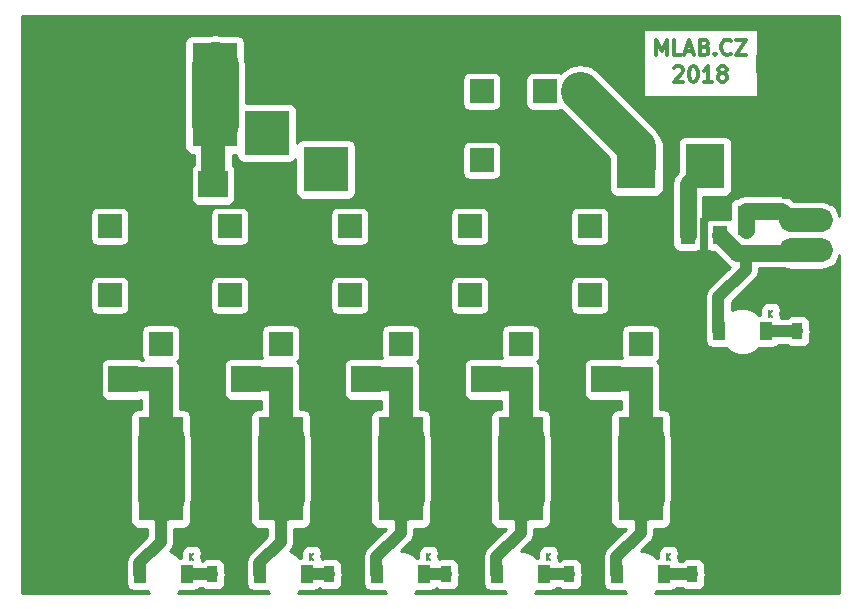
<source format=gbr>
G04 #@! TF.GenerationSoftware,KiCad,Pcbnew,(2017-02-05 revision 431abcf)-makepkg*
G04 #@! TF.CreationDate,2017-12-06T06:55:42+01:00*
G04 #@! TF.ProjectId,UNIPOWER08A,554E49504F5745523038412E6B696361,REV*
G04 #@! TF.FileFunction,Copper,L2,Bot,Signal*
G04 #@! TF.FilePolarity,Positive*
%FSLAX46Y46*%
G04 Gerber Fmt 4.6, Leading zero omitted, Abs format (unit mm)*
G04 Created by KiCad (PCBNEW (2017-02-05 revision 431abcf)-makepkg) date 12/06/17 06:55:42*
%MOMM*%
%LPD*%
G01*
G04 APERTURE LIST*
%ADD10C,0.300000*%
%ADD11C,0.150000*%
%ADD12R,1.050000X1.500000*%
%ADD13R,3.330000X3.810000*%
%ADD14C,6.000000*%
%ADD15R,3.810000X3.810000*%
%ADD16R,1.397000X0.889000*%
%ADD17R,0.889000X1.397000*%
%ADD18R,1.300000X1.500000*%
%ADD19R,0.700000X3.000000*%
%ADD20R,2.499360X2.301240*%
%ADD21R,2.000000X2.000000*%
%ADD22R,1.524000X1.524000*%
%ADD23C,0.800000*%
%ADD24C,1.000000*%
%ADD25C,2.032000*%
%ADD26C,4.000000*%
%ADD27C,0.250000*%
%ADD28C,1.400000*%
%ADD29C,3.302000*%
%ADD30C,0.254000*%
G04 APERTURE END LIST*
D10*
X168974761Y-76679095D02*
X168974761Y-75379095D01*
X169408095Y-76307666D01*
X169841428Y-75379095D01*
X169841428Y-76679095D01*
X171079523Y-76679095D02*
X170460476Y-76679095D01*
X170460476Y-75379095D01*
X171450952Y-76307666D02*
X172070000Y-76307666D01*
X171327142Y-76679095D02*
X171760476Y-75379095D01*
X172193809Y-76679095D01*
X173060476Y-75998142D02*
X173246190Y-76060047D01*
X173308095Y-76121952D01*
X173370000Y-76245761D01*
X173370000Y-76431476D01*
X173308095Y-76555285D01*
X173246190Y-76617190D01*
X173122380Y-76679095D01*
X172627142Y-76679095D01*
X172627142Y-75379095D01*
X173060476Y-75379095D01*
X173184285Y-75441000D01*
X173246190Y-75502904D01*
X173308095Y-75626714D01*
X173308095Y-75750523D01*
X173246190Y-75874333D01*
X173184285Y-75936238D01*
X173060476Y-75998142D01*
X172627142Y-75998142D01*
X173927142Y-76555285D02*
X173989047Y-76617190D01*
X173927142Y-76679095D01*
X173865238Y-76617190D01*
X173927142Y-76555285D01*
X173927142Y-76679095D01*
X175289047Y-76555285D02*
X175227142Y-76617190D01*
X175041428Y-76679095D01*
X174917619Y-76679095D01*
X174731904Y-76617190D01*
X174608095Y-76493380D01*
X174546190Y-76369571D01*
X174484285Y-76121952D01*
X174484285Y-75936238D01*
X174546190Y-75688619D01*
X174608095Y-75564809D01*
X174731904Y-75441000D01*
X174917619Y-75379095D01*
X175041428Y-75379095D01*
X175227142Y-75441000D01*
X175289047Y-75502904D01*
X175722380Y-75379095D02*
X176589047Y-75379095D01*
X175722380Y-76679095D01*
X176589047Y-76679095D01*
X170491428Y-77752904D02*
X170553333Y-77691000D01*
X170677142Y-77629095D01*
X170986666Y-77629095D01*
X171110476Y-77691000D01*
X171172380Y-77752904D01*
X171234285Y-77876714D01*
X171234285Y-78000523D01*
X171172380Y-78186238D01*
X170429523Y-78929095D01*
X171234285Y-78929095D01*
X172039047Y-77629095D02*
X172162857Y-77629095D01*
X172286666Y-77691000D01*
X172348571Y-77752904D01*
X172410476Y-77876714D01*
X172472380Y-78124333D01*
X172472380Y-78433857D01*
X172410476Y-78681476D01*
X172348571Y-78805285D01*
X172286666Y-78867190D01*
X172162857Y-78929095D01*
X172039047Y-78929095D01*
X171915238Y-78867190D01*
X171853333Y-78805285D01*
X171791428Y-78681476D01*
X171729523Y-78433857D01*
X171729523Y-78124333D01*
X171791428Y-77876714D01*
X171853333Y-77752904D01*
X171915238Y-77691000D01*
X172039047Y-77629095D01*
X173710476Y-78929095D02*
X172967619Y-78929095D01*
X173339047Y-78929095D02*
X173339047Y-77629095D01*
X173215238Y-77814809D01*
X173091428Y-77938619D01*
X172967619Y-78000523D01*
X174453333Y-78186238D02*
X174329523Y-78124333D01*
X174267619Y-78062428D01*
X174205714Y-77938619D01*
X174205714Y-77876714D01*
X174267619Y-77752904D01*
X174329523Y-77691000D01*
X174453333Y-77629095D01*
X174700952Y-77629095D01*
X174824761Y-77691000D01*
X174886666Y-77752904D01*
X174948571Y-77876714D01*
X174948571Y-77938619D01*
X174886666Y-78062428D01*
X174824761Y-78124333D01*
X174700952Y-78186238D01*
X174453333Y-78186238D01*
X174329523Y-78248142D01*
X174267619Y-78310047D01*
X174205714Y-78433857D01*
X174205714Y-78681476D01*
X174267619Y-78805285D01*
X174329523Y-78867190D01*
X174453333Y-78929095D01*
X174700952Y-78929095D01*
X174824761Y-78867190D01*
X174886666Y-78805285D01*
X174948571Y-78681476D01*
X174948571Y-78433857D01*
X174886666Y-78310047D01*
X174824761Y-78248142D01*
X174700952Y-78186238D01*
D11*
X139628880Y-119143780D02*
X139948920Y-118838980D01*
X139666980Y-119128540D02*
X139941300Y-119400320D01*
X139636500Y-119400320D02*
X139631420Y-118831360D01*
X149542500Y-119400320D02*
X149537420Y-118831360D01*
X149572980Y-119128540D02*
X149847300Y-119400320D01*
X149534880Y-119143780D02*
X149854920Y-118838980D01*
X129468880Y-119143780D02*
X129788920Y-118838980D01*
X129506980Y-119128540D02*
X129781300Y-119400320D01*
X129476500Y-119400320D02*
X129471420Y-118831360D01*
X159702500Y-119400320D02*
X159697420Y-118831360D01*
X159732980Y-119128540D02*
X160007300Y-119400320D01*
X159694880Y-119143780D02*
X160014920Y-118838980D01*
X169854880Y-119143780D02*
X170174920Y-118838980D01*
X169892980Y-119128540D02*
X170167300Y-119400320D01*
X169862500Y-119400320D02*
X169857420Y-118831360D01*
X178498500Y-98826320D02*
X178493420Y-98257360D01*
X178528980Y-98554540D02*
X178803300Y-98826320D01*
X178490880Y-98569780D02*
X178810920Y-98264980D01*
D12*
X135414000Y-120650000D03*
X139414000Y-120650000D03*
X149320000Y-120650000D03*
X145320000Y-120650000D03*
D13*
X173090000Y-86106000D03*
X167270000Y-86106000D03*
D14*
X119380000Y-77470000D03*
X180340000Y-118110000D03*
X119380000Y-118110000D03*
X180340000Y-77470000D03*
D15*
X131572000Y-82550000D03*
X131572000Y-77550000D03*
X162560000Y-114220000D03*
X162560000Y-109220000D03*
X127000000Y-109220000D03*
X127000000Y-114220000D03*
X137160000Y-114220000D03*
X137160000Y-109220000D03*
X147320000Y-109220000D03*
X147320000Y-114220000D03*
X157480000Y-109220000D03*
X157480000Y-114220000D03*
X167640000Y-114220000D03*
X167640000Y-109220000D03*
X152400000Y-114220000D03*
X152400000Y-109220000D03*
X126492000Y-82550000D03*
X126492000Y-77550000D03*
X132080000Y-109220000D03*
X132080000Y-114220000D03*
X142240000Y-114220000D03*
X142240000Y-109220000D03*
X172720000Y-114220000D03*
X172720000Y-109220000D03*
D16*
X176530000Y-91503500D03*
X176530000Y-93408500D03*
X176530000Y-87947500D03*
X176530000Y-89852500D03*
D17*
X133286500Y-120650000D03*
X131381500Y-120650000D03*
X141287500Y-120650000D03*
X143192500Y-120650000D03*
X153098500Y-120650000D03*
X151193500Y-120650000D03*
D18*
X171624000Y-91948000D03*
D19*
X172974000Y-91948000D03*
D18*
X174324000Y-91948000D03*
D15*
X140970000Y-80160000D03*
X140970000Y-86360000D03*
X135970000Y-83260000D03*
D12*
X125254000Y-120650000D03*
X129254000Y-120650000D03*
D20*
X140091160Y-104140000D03*
X144388840Y-104140000D03*
D12*
X159480000Y-120650000D03*
X155480000Y-120650000D03*
D20*
X154548840Y-104140000D03*
X150251160Y-104140000D03*
D12*
X165640000Y-120650000D03*
X169640000Y-120650000D03*
D20*
X160411160Y-104140000D03*
X164708840Y-104140000D03*
D12*
X178276000Y-100076000D03*
X174276000Y-100076000D03*
D21*
X154178000Y-85598000D03*
X154178000Y-79756000D03*
X153162000Y-91186000D03*
X143002000Y-91186000D03*
X163322000Y-91186000D03*
X132842000Y-91186000D03*
X122682000Y-91186000D03*
X122682000Y-97028000D03*
X132842000Y-97028000D03*
X143002000Y-97028000D03*
X153162000Y-97028000D03*
X163322000Y-97028000D03*
D17*
X161607500Y-120650000D03*
X163512500Y-120650000D03*
X173926500Y-120650000D03*
X172021500Y-120650000D03*
X180911500Y-100076000D03*
X182816500Y-100076000D03*
D21*
X162536000Y-79756000D03*
X159536000Y-79756000D03*
X127000000Y-104116000D03*
X127000000Y-101116000D03*
X137160000Y-101116000D03*
X137160000Y-104116000D03*
X147320000Y-104116000D03*
X147320000Y-101116000D03*
X157480000Y-101116000D03*
X157480000Y-104116000D03*
X167640000Y-101116000D03*
X167640000Y-104116000D03*
D20*
X131434840Y-87630000D03*
X127137160Y-87630000D03*
X123814840Y-104140000D03*
X119517160Y-104140000D03*
X129931160Y-104140000D03*
X134228840Y-104140000D03*
D22*
X180340000Y-88138000D03*
X182880000Y-88138000D03*
X180340000Y-90678000D03*
X182880000Y-90678000D03*
X180340000Y-93218000D03*
X182880000Y-93218000D03*
X180340000Y-95758000D03*
X182880000Y-95758000D03*
D23*
X179070000Y-86360000D03*
X182880000Y-86360000D03*
X181610000Y-86360000D03*
X180340000Y-86360000D03*
X182880000Y-97536000D03*
X181610000Y-97536000D03*
X180340000Y-97536000D03*
X170942000Y-105156000D03*
X172212000Y-105156000D03*
X173482000Y-105156000D03*
X173482000Y-106172000D03*
X172212000Y-106172000D03*
X170942000Y-106172000D03*
X165100000Y-101854000D03*
X163830000Y-101854000D03*
X161544000Y-101854000D03*
X160274000Y-101854000D03*
X162560000Y-104140000D03*
X162560000Y-105410000D03*
X164338000Y-106426000D03*
X163068000Y-106426000D03*
X161798000Y-106172000D03*
X160528000Y-106172000D03*
X155194000Y-101854000D03*
X153924000Y-101854000D03*
X150876000Y-101854000D03*
X149606000Y-101854000D03*
X152400000Y-103886000D03*
X152400000Y-104902000D03*
X155194000Y-106426000D03*
X154178000Y-106426000D03*
X152654000Y-106172000D03*
X151507000Y-106172000D03*
X150368000Y-106172000D03*
X131318000Y-100838000D03*
X133096000Y-100838000D03*
X133350000Y-101854000D03*
X145034000Y-101854000D03*
X143764000Y-101854000D03*
X139700000Y-101854000D03*
X140970000Y-101854000D03*
X142240000Y-104140000D03*
X142240000Y-105156000D03*
X145034000Y-106426000D03*
X143764000Y-106426000D03*
X142494000Y-106172000D03*
X141347000Y-106172000D03*
X140208000Y-106172000D03*
X129286000Y-101854000D03*
X130556000Y-101854000D03*
X132080000Y-104140000D03*
X132080000Y-105156000D03*
X133858000Y-106426000D03*
X132588000Y-106426000D03*
X131441000Y-106426000D03*
X139446000Y-82804000D03*
X140970000Y-82804000D03*
X142748000Y-82804000D03*
X144272000Y-82296000D03*
X144272000Y-81026000D03*
X144272000Y-79756000D03*
X144272000Y-78486000D03*
X144272000Y-77216000D03*
X143002000Y-77216000D03*
X141732000Y-77216000D03*
X140462000Y-77216000D03*
X139192000Y-77216000D03*
X137922000Y-77216000D03*
X137922000Y-78740000D03*
X137922000Y-80010000D03*
X130048000Y-106426000D03*
X129032000Y-88392000D03*
X123444000Y-87122000D03*
X123444000Y-88392000D03*
X124968000Y-88392000D03*
X124968000Y-87122000D03*
X129286000Y-85598000D03*
X128016000Y-85344000D03*
X126492000Y-85344000D03*
X124968000Y-85344000D03*
X123444000Y-85852000D03*
X123444000Y-84582000D03*
X123444000Y-83312000D03*
X123444000Y-81280000D03*
X123444000Y-80010000D03*
X123444000Y-78740000D03*
D24*
X127000000Y-114220000D02*
X127000000Y-117869998D01*
X127000000Y-117869998D02*
X125203999Y-119665999D01*
X125203999Y-119665999D02*
X125203999Y-120650000D01*
D25*
X127000000Y-104116000D02*
X123838840Y-104116000D01*
X123838840Y-104116000D02*
X123814840Y-104140000D01*
X127000000Y-109220000D02*
X127000000Y-104116000D01*
D26*
X127000000Y-114220000D02*
X127000000Y-109220000D01*
D24*
X137160000Y-114220000D02*
X137160000Y-117869998D01*
X137160000Y-117869998D02*
X135363999Y-119665999D01*
X135363999Y-119665999D02*
X135363999Y-120650000D01*
D25*
X137160000Y-104116000D02*
X134252840Y-104116000D01*
X134252840Y-104116000D02*
X134228840Y-104140000D01*
X137160000Y-104116000D02*
X137160000Y-109220000D01*
D26*
X137160000Y-114220000D02*
X137160000Y-109220000D01*
D24*
X141287500Y-120650000D02*
X139464001Y-120650000D01*
X147320000Y-114220000D02*
X147320000Y-117125000D01*
X147320000Y-117125000D02*
X145269999Y-119175001D01*
X145269999Y-119175001D02*
X145269999Y-119665999D01*
X145269999Y-119665999D02*
X145269999Y-120650000D01*
D25*
X147320000Y-104116000D02*
X144412840Y-104116000D01*
X144412840Y-104116000D02*
X144388840Y-104140000D01*
X147320000Y-104116000D02*
X147320000Y-109220000D01*
D26*
X147320000Y-114220000D02*
X147320000Y-109220000D01*
D24*
X157480000Y-114220000D02*
X157480000Y-117125000D01*
X155429999Y-119665999D02*
X155429999Y-120650000D01*
X157480000Y-117125000D02*
X155429999Y-119175001D01*
X155429999Y-119175001D02*
X155429999Y-119665999D01*
D25*
X157480000Y-104116000D02*
X154572840Y-104116000D01*
X154572840Y-104116000D02*
X154548840Y-104140000D01*
X157480000Y-109220000D02*
X157480000Y-104116000D01*
D26*
X157480000Y-114220000D02*
X157480000Y-109220000D01*
D24*
X151193500Y-120650000D02*
X149370001Y-120650000D01*
X167640000Y-114220000D02*
X167640000Y-117125000D01*
X167640000Y-117125000D02*
X165589999Y-119175001D01*
X165589999Y-119175001D02*
X165589999Y-119665999D01*
X165589999Y-119665999D02*
X165589999Y-120650000D01*
D25*
X167640000Y-104116000D02*
X164732840Y-104116000D01*
X164732840Y-104116000D02*
X164708840Y-104140000D01*
X167640000Y-104116000D02*
X167640000Y-109220000D01*
D26*
X167640000Y-114220000D02*
X167640000Y-109220000D01*
D27*
X181610000Y-86360000D02*
X182880000Y-86360000D01*
X180340000Y-88138000D02*
X180340000Y-86360000D01*
X180340000Y-97536000D02*
X181610000Y-97536000D01*
X172212000Y-105156000D02*
X170942000Y-105156000D01*
X173482000Y-105606315D02*
X173482000Y-105156000D01*
X173482000Y-106172000D02*
X173482000Y-105606315D01*
X170942000Y-106172000D02*
X172212000Y-106172000D01*
X163830000Y-101854000D02*
X165100000Y-101854000D01*
X160274000Y-101854000D02*
X161544000Y-101854000D01*
X162560000Y-105410000D02*
X162560000Y-104140000D01*
X163068000Y-106426000D02*
X164338000Y-106426000D01*
X160528000Y-106172000D02*
X161798000Y-106172000D01*
X153924000Y-101854000D02*
X155194000Y-101854000D01*
X149606000Y-101854000D02*
X150876000Y-101854000D01*
X152400000Y-104902000D02*
X152400000Y-103886000D01*
X154178000Y-106426000D02*
X155194000Y-106426000D01*
X151507000Y-106172000D02*
X152654000Y-106172000D01*
X152400000Y-109220000D02*
X152400000Y-107065000D01*
X151507000Y-106172000D02*
X150368000Y-106172000D01*
X152400000Y-107065000D02*
X151507000Y-106172000D01*
X131318000Y-101092000D02*
X131318000Y-100838000D01*
X130556000Y-101854000D02*
X131318000Y-101092000D01*
X132080000Y-100838000D02*
X131318000Y-100838000D01*
X132080000Y-101854000D02*
X132696001Y-101237999D01*
X132080000Y-104140000D02*
X132080000Y-101854000D01*
X132696001Y-101237999D02*
X133096000Y-100838000D01*
X143764000Y-101854000D02*
X145034000Y-101854000D01*
X140970000Y-101854000D02*
X139700000Y-101854000D01*
X142240000Y-105156000D02*
X142240000Y-104140000D01*
X143764000Y-106426000D02*
X145034000Y-106426000D01*
X141347000Y-106172000D02*
X142494000Y-106172000D01*
X142240000Y-109220000D02*
X142240000Y-107065000D01*
X141347000Y-106172000D02*
X140208000Y-106172000D01*
X142240000Y-107065000D02*
X141347000Y-106172000D01*
X131441000Y-106426000D02*
X131441000Y-105795000D01*
X131441000Y-105795000D02*
X132080000Y-105156000D01*
X132588000Y-106426000D02*
X133858000Y-106426000D01*
X130048000Y-106426000D02*
X131441000Y-106426000D01*
X142748000Y-82804000D02*
X140970000Y-82804000D01*
X144272000Y-81026000D02*
X144272000Y-82296000D01*
X144272000Y-78486000D02*
X144272000Y-79756000D01*
X143002000Y-77216000D02*
X144272000Y-77216000D01*
X140462000Y-77216000D02*
X141732000Y-77216000D01*
X137922000Y-77216000D02*
X139192000Y-77216000D01*
X137922000Y-80010000D02*
X137922000Y-78740000D01*
X132080000Y-109220000D02*
X132080000Y-107065000D01*
X132080000Y-107065000D02*
X131441000Y-106426000D01*
X123444000Y-88392000D02*
X123444000Y-87122000D01*
X124968000Y-87122000D02*
X124968000Y-88392000D01*
X128016000Y-85344000D02*
X129032000Y-85344000D01*
X129032000Y-85344000D02*
X129286000Y-85598000D01*
X124968000Y-85344000D02*
X126492000Y-85344000D01*
X123444000Y-84582000D02*
X123444000Y-85852000D01*
X123444000Y-81280000D02*
X123444000Y-83312000D01*
X123444000Y-78740000D02*
X123444000Y-80010000D01*
D26*
X126492000Y-82550000D02*
X126492000Y-77550000D01*
X132080000Y-114220000D02*
X132080000Y-109220000D01*
X142240000Y-114220000D02*
X142240000Y-109220000D01*
X152400000Y-114220000D02*
X152400000Y-109220000D01*
X162560000Y-114220000D02*
X162560000Y-109220000D01*
X172720000Y-114220000D02*
X172720000Y-109220000D01*
D28*
X171624000Y-91948000D02*
X171624000Y-87572000D01*
X171624000Y-87572000D02*
X173090000Y-86106000D01*
D25*
X131434840Y-87630000D02*
X131434840Y-82687160D01*
X131434840Y-82687160D02*
X131572000Y-82550000D01*
D26*
X131572000Y-82550000D02*
X131572000Y-77550000D01*
D24*
X131381500Y-120650000D02*
X129937000Y-120650000D01*
X129937000Y-120650000D02*
X129304001Y-120650000D01*
X161607500Y-120650000D02*
X160163000Y-120650000D01*
X160163000Y-120650000D02*
X159530001Y-120650000D01*
X172021500Y-120650000D02*
X170577000Y-120650000D01*
X170577000Y-120650000D02*
X169690001Y-120650000D01*
X180911500Y-100076000D02*
X179467000Y-100076000D01*
X179467000Y-100076000D02*
X178326001Y-100076000D01*
D29*
X167270000Y-86106000D02*
X167270000Y-84490000D01*
X167270000Y-84490000D02*
X162536000Y-79756000D01*
D28*
X176530000Y-89852500D02*
X176530000Y-91503500D01*
X176530000Y-89852500D02*
X179514500Y-89852500D01*
X179514500Y-89852500D02*
X180340000Y-90678000D01*
D25*
X182880000Y-90678000D02*
X180340000Y-90678000D01*
D28*
X174324000Y-91948000D02*
X175784500Y-93408500D01*
X175784500Y-93408500D02*
X176530000Y-93408500D01*
X176530000Y-93408500D02*
X180149500Y-93408500D01*
X180149500Y-93408500D02*
X180340000Y-93218000D01*
D25*
X182880000Y-93218000D02*
X180340000Y-93218000D01*
D24*
X176530000Y-93408500D02*
X176530000Y-94853000D01*
X174225999Y-97157001D02*
X174225999Y-99091999D01*
X176530000Y-94853000D02*
X174225999Y-97157001D01*
X174225999Y-99091999D02*
X174225999Y-100076000D01*
D30*
G36*
X184456000Y-90300950D02*
X184405325Y-90046190D01*
X184277192Y-89854426D01*
X184240157Y-89668235D01*
X184099809Y-89458191D01*
X183889765Y-89317843D01*
X183703574Y-89280808D01*
X183511810Y-89152675D01*
X182880000Y-89027000D01*
X180576976Y-89027000D01*
X180458488Y-88908512D01*
X180025383Y-88619121D01*
X179514500Y-88517499D01*
X179514495Y-88517500D01*
X176530000Y-88517500D01*
X176019118Y-88619121D01*
X175797240Y-88767375D01*
X175583735Y-88809843D01*
X175373691Y-88950191D01*
X175233343Y-89160235D01*
X175184060Y-89408000D01*
X175184060Y-90297000D01*
X175195000Y-90352000D01*
X175195000Y-90594519D01*
X174974000Y-90550560D01*
X173674000Y-90550560D01*
X173426235Y-90599843D01*
X173216191Y-90740191D01*
X173075843Y-90950235D01*
X173026560Y-91198000D01*
X173026560Y-91759170D01*
X172988999Y-91948000D01*
X173026560Y-92136830D01*
X173026560Y-92698000D01*
X173075843Y-92945765D01*
X173216191Y-93155809D01*
X173426235Y-93296157D01*
X173674000Y-93345440D01*
X173833464Y-93345440D01*
X174840510Y-94352485D01*
X174840512Y-94352488D01*
X175061939Y-94500440D01*
X175191115Y-94586752D01*
X173423433Y-96354435D01*
X173177396Y-96722655D01*
X173090999Y-97157001D01*
X173090999Y-100076000D01*
X173103560Y-100139148D01*
X173103560Y-100826000D01*
X173152843Y-101073765D01*
X173293191Y-101283809D01*
X173503235Y-101424157D01*
X173751000Y-101473440D01*
X174801000Y-101473440D01*
X174855429Y-101462614D01*
X175150120Y-101757819D01*
X175879427Y-102060654D01*
X176669109Y-102061343D01*
X177398943Y-101759782D01*
X177696620Y-101462623D01*
X177751000Y-101473440D01*
X178801000Y-101473440D01*
X179048765Y-101424157D01*
X179258809Y-101283809D01*
X179307459Y-101211000D01*
X179994953Y-101211000D01*
X180009191Y-101232309D01*
X180219235Y-101372657D01*
X180467000Y-101421940D01*
X181356000Y-101421940D01*
X181603765Y-101372657D01*
X181813809Y-101232309D01*
X181954157Y-101022265D01*
X182003440Y-100774500D01*
X182003440Y-100292477D01*
X182046500Y-100076000D01*
X182003440Y-99859523D01*
X182003440Y-99377500D01*
X181954157Y-99129735D01*
X181813809Y-98919691D01*
X181603765Y-98779343D01*
X181356000Y-98730060D01*
X180467000Y-98730060D01*
X180219235Y-98779343D01*
X180009191Y-98919691D01*
X179994953Y-98941000D01*
X179490393Y-98941000D01*
X179513292Y-98823018D01*
X179458611Y-98554648D01*
X179460054Y-98552598D01*
X179520709Y-98282292D01*
X179473304Y-98009350D01*
X179325058Y-97775325D01*
X179098538Y-97615846D01*
X178828232Y-97555191D01*
X178671637Y-97582389D01*
X178487081Y-97547388D01*
X178215869Y-97603858D01*
X177986912Y-97759816D01*
X177835066Y-97991522D01*
X177783448Y-98263699D01*
X177785837Y-98531316D01*
X177781091Y-98552468D01*
X177786294Y-98582424D01*
X177787152Y-98678560D01*
X177751000Y-98678560D01*
X177696571Y-98689386D01*
X177401880Y-98394181D01*
X176672573Y-98091346D01*
X175882891Y-98090657D01*
X175360999Y-98306298D01*
X175360999Y-97627133D01*
X177332566Y-95655567D01*
X177578603Y-95287346D01*
X177665000Y-94853000D01*
X177665000Y-94743500D01*
X179709070Y-94743500D01*
X180340000Y-94869000D01*
X182880000Y-94869000D01*
X183511810Y-94743325D01*
X183703574Y-94615192D01*
X183889765Y-94578157D01*
X184099809Y-94437809D01*
X184240157Y-94227765D01*
X184277192Y-94041574D01*
X184405325Y-93849810D01*
X184456000Y-93595050D01*
X184456000Y-122226000D01*
X168870913Y-122226000D01*
X169060620Y-122036623D01*
X169115000Y-122047440D01*
X170165000Y-122047440D01*
X170412765Y-121998157D01*
X170622809Y-121857809D01*
X170671459Y-121785000D01*
X171104953Y-121785000D01*
X171119191Y-121806309D01*
X171329235Y-121946657D01*
X171577000Y-121995940D01*
X172466000Y-121995940D01*
X172713765Y-121946657D01*
X172923809Y-121806309D01*
X173064157Y-121596265D01*
X173113440Y-121348500D01*
X173113440Y-120866477D01*
X173156500Y-120650000D01*
X173113440Y-120433523D01*
X173113440Y-119951500D01*
X173064157Y-119703735D01*
X172923809Y-119493691D01*
X172713765Y-119353343D01*
X172466000Y-119304060D01*
X171577000Y-119304060D01*
X171329235Y-119353343D01*
X171119191Y-119493691D01*
X171104953Y-119515000D01*
X170854393Y-119515000D01*
X170877292Y-119397018D01*
X170822611Y-119128648D01*
X170824054Y-119126598D01*
X170884709Y-118856292D01*
X170837304Y-118583350D01*
X170689058Y-118349325D01*
X170462538Y-118189846D01*
X170192232Y-118129191D01*
X170035637Y-118156389D01*
X169851081Y-118121388D01*
X169579869Y-118177858D01*
X169350912Y-118333816D01*
X169199066Y-118565522D01*
X169147448Y-118837699D01*
X169149837Y-119105316D01*
X169145091Y-119126468D01*
X169150294Y-119156424D01*
X169151152Y-119252560D01*
X169115000Y-119252560D01*
X169060571Y-119263386D01*
X168765880Y-118968181D01*
X168036573Y-118665346D01*
X167705075Y-118665057D01*
X168442566Y-117927566D01*
X168481032Y-117869998D01*
X168688603Y-117559346D01*
X168775000Y-117125000D01*
X168775000Y-116772440D01*
X169545000Y-116772440D01*
X169792765Y-116723157D01*
X170002809Y-116582809D01*
X170143157Y-116372765D01*
X170192440Y-116125000D01*
X170192440Y-114635058D01*
X170275000Y-114220000D01*
X170275000Y-109220000D01*
X170192440Y-108804942D01*
X170192440Y-107315000D01*
X170143157Y-107067235D01*
X170002809Y-106857191D01*
X169792765Y-106716843D01*
X169545000Y-106667560D01*
X169291000Y-106667560D01*
X169291000Y-104116000D01*
X169287440Y-104098103D01*
X169287440Y-103116000D01*
X169238157Y-102868235D01*
X169097809Y-102658191D01*
X169034666Y-102616000D01*
X169097809Y-102573809D01*
X169238157Y-102363765D01*
X169287440Y-102116000D01*
X169287440Y-100116000D01*
X169238157Y-99868235D01*
X169097809Y-99658191D01*
X168887765Y-99517843D01*
X168640000Y-99468560D01*
X166640000Y-99468560D01*
X166392235Y-99517843D01*
X166182191Y-99658191D01*
X166041843Y-99868235D01*
X165992560Y-100116000D01*
X165992560Y-102116000D01*
X166040755Y-102358297D01*
X165958520Y-102341940D01*
X163459160Y-102341940D01*
X163211395Y-102391223D01*
X163001351Y-102531571D01*
X162861003Y-102741615D01*
X162811720Y-102989380D01*
X162811720Y-105290620D01*
X162861003Y-105538385D01*
X163001351Y-105748429D01*
X163211395Y-105888777D01*
X163459160Y-105938060D01*
X165958520Y-105938060D01*
X165989000Y-105931997D01*
X165989000Y-106667560D01*
X165735000Y-106667560D01*
X165487235Y-106716843D01*
X165277191Y-106857191D01*
X165136843Y-107067235D01*
X165087560Y-107315000D01*
X165087560Y-108804942D01*
X165005000Y-109220000D01*
X165005000Y-114220000D01*
X165087560Y-114635058D01*
X165087560Y-116125000D01*
X165136843Y-116372765D01*
X165277191Y-116582809D01*
X165487235Y-116723157D01*
X165735000Y-116772440D01*
X166387428Y-116772440D01*
X164787433Y-118372435D01*
X164541396Y-118740655D01*
X164454999Y-119175001D01*
X164454999Y-120650000D01*
X164467560Y-120713148D01*
X164467560Y-121400000D01*
X164516843Y-121647765D01*
X164657191Y-121857809D01*
X164867235Y-121998157D01*
X165115000Y-122047440D01*
X166165000Y-122047440D01*
X166219429Y-122036614D01*
X166408485Y-122226000D01*
X158710913Y-122226000D01*
X158900620Y-122036623D01*
X158955000Y-122047440D01*
X160005000Y-122047440D01*
X160252765Y-121998157D01*
X160462809Y-121857809D01*
X160511459Y-121785000D01*
X160690953Y-121785000D01*
X160705191Y-121806309D01*
X160915235Y-121946657D01*
X161163000Y-121995940D01*
X162052000Y-121995940D01*
X162299765Y-121946657D01*
X162509809Y-121806309D01*
X162650157Y-121596265D01*
X162699440Y-121348500D01*
X162699440Y-120866477D01*
X162742500Y-120650000D01*
X162699440Y-120433523D01*
X162699440Y-119951500D01*
X162650157Y-119703735D01*
X162509809Y-119493691D01*
X162299765Y-119353343D01*
X162052000Y-119304060D01*
X161163000Y-119304060D01*
X160915235Y-119353343D01*
X160705191Y-119493691D01*
X160695802Y-119507742D01*
X160717292Y-119397018D01*
X160662611Y-119128648D01*
X160664054Y-119126598D01*
X160724709Y-118856292D01*
X160677304Y-118583350D01*
X160529058Y-118349325D01*
X160302538Y-118189846D01*
X160032232Y-118129191D01*
X159875637Y-118156389D01*
X159691081Y-118121388D01*
X159419869Y-118177858D01*
X159190912Y-118333816D01*
X159039066Y-118565522D01*
X158987448Y-118837699D01*
X158989837Y-119105316D01*
X158985091Y-119126468D01*
X158990294Y-119156424D01*
X158991152Y-119252560D01*
X158955000Y-119252560D01*
X158900571Y-119263386D01*
X158605880Y-118968181D01*
X157876573Y-118665346D01*
X157545075Y-118665057D01*
X158282566Y-117927566D01*
X158321032Y-117869998D01*
X158528603Y-117559346D01*
X158615000Y-117125000D01*
X158615000Y-116772440D01*
X159385000Y-116772440D01*
X159632765Y-116723157D01*
X159842809Y-116582809D01*
X159983157Y-116372765D01*
X160032440Y-116125000D01*
X160032440Y-114635058D01*
X160115000Y-114220000D01*
X160115000Y-109220000D01*
X160032440Y-108804942D01*
X160032440Y-107315000D01*
X159983157Y-107067235D01*
X159842809Y-106857191D01*
X159632765Y-106716843D01*
X159385000Y-106667560D01*
X159131000Y-106667560D01*
X159131000Y-104116000D01*
X159127440Y-104098103D01*
X159127440Y-103116000D01*
X159078157Y-102868235D01*
X158937809Y-102658191D01*
X158874666Y-102616000D01*
X158937809Y-102573809D01*
X159078157Y-102363765D01*
X159127440Y-102116000D01*
X159127440Y-100116000D01*
X159078157Y-99868235D01*
X158937809Y-99658191D01*
X158727765Y-99517843D01*
X158480000Y-99468560D01*
X156480000Y-99468560D01*
X156232235Y-99517843D01*
X156022191Y-99658191D01*
X155881843Y-99868235D01*
X155832560Y-100116000D01*
X155832560Y-102116000D01*
X155880755Y-102358297D01*
X155798520Y-102341940D01*
X153299160Y-102341940D01*
X153051395Y-102391223D01*
X152841351Y-102531571D01*
X152701003Y-102741615D01*
X152651720Y-102989380D01*
X152651720Y-105290620D01*
X152701003Y-105538385D01*
X152841351Y-105748429D01*
X153051395Y-105888777D01*
X153299160Y-105938060D01*
X155798520Y-105938060D01*
X155829000Y-105931997D01*
X155829000Y-106667560D01*
X155575000Y-106667560D01*
X155327235Y-106716843D01*
X155117191Y-106857191D01*
X154976843Y-107067235D01*
X154927560Y-107315000D01*
X154927560Y-108804942D01*
X154845000Y-109220000D01*
X154845000Y-114220000D01*
X154927560Y-114635058D01*
X154927560Y-116125000D01*
X154976843Y-116372765D01*
X155117191Y-116582809D01*
X155327235Y-116723157D01*
X155575000Y-116772440D01*
X156227428Y-116772440D01*
X154627433Y-118372435D01*
X154381396Y-118740655D01*
X154294999Y-119175001D01*
X154294999Y-120650000D01*
X154307560Y-120713148D01*
X154307560Y-121400000D01*
X154356843Y-121647765D01*
X154497191Y-121857809D01*
X154707235Y-121998157D01*
X154955000Y-122047440D01*
X156005000Y-122047440D01*
X156059429Y-122036614D01*
X156248485Y-122226000D01*
X148550913Y-122226000D01*
X148740620Y-122036623D01*
X148795000Y-122047440D01*
X149845000Y-122047440D01*
X150092765Y-121998157D01*
X150302809Y-121857809D01*
X150323013Y-121827572D01*
X150501235Y-121946657D01*
X150749000Y-121995940D01*
X151638000Y-121995940D01*
X151885765Y-121946657D01*
X152095809Y-121806309D01*
X152236157Y-121596265D01*
X152285440Y-121348500D01*
X152285440Y-120866477D01*
X152328500Y-120650000D01*
X152285440Y-120433523D01*
X152285440Y-119951500D01*
X152236157Y-119703735D01*
X152095809Y-119493691D01*
X151885765Y-119353343D01*
X151638000Y-119304060D01*
X150749000Y-119304060D01*
X150546556Y-119344328D01*
X150502611Y-119128648D01*
X150504054Y-119126598D01*
X150564709Y-118856292D01*
X150517304Y-118583350D01*
X150369058Y-118349325D01*
X150142538Y-118189846D01*
X149872232Y-118129191D01*
X149715637Y-118156389D01*
X149531081Y-118121388D01*
X149259869Y-118177858D01*
X149030912Y-118333816D01*
X148879066Y-118565522D01*
X148827448Y-118837699D01*
X148829837Y-119105316D01*
X148825091Y-119126468D01*
X148830294Y-119156424D01*
X148831152Y-119252560D01*
X148795000Y-119252560D01*
X148740571Y-119263386D01*
X148445880Y-118968181D01*
X147716573Y-118665346D01*
X147385075Y-118665057D01*
X148122566Y-117927566D01*
X148161032Y-117869998D01*
X148368603Y-117559346D01*
X148455000Y-117125000D01*
X148455000Y-116772440D01*
X149225000Y-116772440D01*
X149472765Y-116723157D01*
X149682809Y-116582809D01*
X149823157Y-116372765D01*
X149872440Y-116125000D01*
X149872440Y-114635058D01*
X149955000Y-114220000D01*
X149955000Y-109220000D01*
X149872440Y-108804942D01*
X149872440Y-107315000D01*
X149823157Y-107067235D01*
X149682809Y-106857191D01*
X149472765Y-106716843D01*
X149225000Y-106667560D01*
X148971000Y-106667560D01*
X148971000Y-104116000D01*
X148967440Y-104098103D01*
X148967440Y-103116000D01*
X148918157Y-102868235D01*
X148777809Y-102658191D01*
X148714666Y-102616000D01*
X148777809Y-102573809D01*
X148918157Y-102363765D01*
X148967440Y-102116000D01*
X148967440Y-100116000D01*
X148918157Y-99868235D01*
X148777809Y-99658191D01*
X148567765Y-99517843D01*
X148320000Y-99468560D01*
X146320000Y-99468560D01*
X146072235Y-99517843D01*
X145862191Y-99658191D01*
X145721843Y-99868235D01*
X145672560Y-100116000D01*
X145672560Y-102116000D01*
X145720755Y-102358297D01*
X145638520Y-102341940D01*
X143139160Y-102341940D01*
X142891395Y-102391223D01*
X142681351Y-102531571D01*
X142541003Y-102741615D01*
X142491720Y-102989380D01*
X142491720Y-105290620D01*
X142541003Y-105538385D01*
X142681351Y-105748429D01*
X142891395Y-105888777D01*
X143139160Y-105938060D01*
X145638520Y-105938060D01*
X145669000Y-105931997D01*
X145669000Y-106667560D01*
X145415000Y-106667560D01*
X145167235Y-106716843D01*
X144957191Y-106857191D01*
X144816843Y-107067235D01*
X144767560Y-107315000D01*
X144767560Y-108804942D01*
X144685000Y-109220000D01*
X144685000Y-114220000D01*
X144767560Y-114635058D01*
X144767560Y-116125000D01*
X144816843Y-116372765D01*
X144957191Y-116582809D01*
X145167235Y-116723157D01*
X145415000Y-116772440D01*
X146067428Y-116772440D01*
X144467433Y-118372435D01*
X144221396Y-118740655D01*
X144134999Y-119175001D01*
X144134999Y-120650000D01*
X144147560Y-120713148D01*
X144147560Y-121400000D01*
X144196843Y-121647765D01*
X144337191Y-121857809D01*
X144547235Y-121998157D01*
X144795000Y-122047440D01*
X145845000Y-122047440D01*
X145899429Y-122036614D01*
X146088485Y-122226000D01*
X138644913Y-122226000D01*
X138834620Y-122036623D01*
X138889000Y-122047440D01*
X139939000Y-122047440D01*
X140186765Y-121998157D01*
X140396809Y-121857809D01*
X140417013Y-121827572D01*
X140595235Y-121946657D01*
X140843000Y-121995940D01*
X141732000Y-121995940D01*
X141979765Y-121946657D01*
X142189809Y-121806309D01*
X142330157Y-121596265D01*
X142379440Y-121348500D01*
X142379440Y-120866477D01*
X142422500Y-120650000D01*
X142379440Y-120433523D01*
X142379440Y-119951500D01*
X142330157Y-119703735D01*
X142189809Y-119493691D01*
X141979765Y-119353343D01*
X141732000Y-119304060D01*
X140843000Y-119304060D01*
X140640556Y-119344328D01*
X140596611Y-119128648D01*
X140598054Y-119126598D01*
X140658709Y-118856292D01*
X140611304Y-118583350D01*
X140463058Y-118349325D01*
X140236538Y-118189846D01*
X139966232Y-118129191D01*
X139809637Y-118156389D01*
X139625081Y-118121388D01*
X139353869Y-118177858D01*
X139124912Y-118333816D01*
X138973066Y-118565522D01*
X138921448Y-118837699D01*
X138923837Y-119105316D01*
X138919091Y-119126468D01*
X138924294Y-119156424D01*
X138925152Y-119252560D01*
X138889000Y-119252560D01*
X138834571Y-119263386D01*
X138539880Y-118968181D01*
X137923071Y-118712059D01*
X137962566Y-118672564D01*
X138034089Y-118565522D01*
X138208603Y-118304344D01*
X138295000Y-117869998D01*
X138295000Y-116772440D01*
X139065000Y-116772440D01*
X139312765Y-116723157D01*
X139522809Y-116582809D01*
X139663157Y-116372765D01*
X139712440Y-116125000D01*
X139712440Y-114635058D01*
X139795000Y-114220000D01*
X139795000Y-109220000D01*
X139712440Y-108804942D01*
X139712440Y-107315000D01*
X139663157Y-107067235D01*
X139522809Y-106857191D01*
X139312765Y-106716843D01*
X139065000Y-106667560D01*
X138811000Y-106667560D01*
X138811000Y-104116000D01*
X138807440Y-104098103D01*
X138807440Y-103116000D01*
X138758157Y-102868235D01*
X138617809Y-102658191D01*
X138554666Y-102616000D01*
X138617809Y-102573809D01*
X138758157Y-102363765D01*
X138807440Y-102116000D01*
X138807440Y-100116000D01*
X138758157Y-99868235D01*
X138617809Y-99658191D01*
X138407765Y-99517843D01*
X138160000Y-99468560D01*
X136160000Y-99468560D01*
X135912235Y-99517843D01*
X135702191Y-99658191D01*
X135561843Y-99868235D01*
X135512560Y-100116000D01*
X135512560Y-102116000D01*
X135560755Y-102358297D01*
X135478520Y-102341940D01*
X132979160Y-102341940D01*
X132731395Y-102391223D01*
X132521351Y-102531571D01*
X132381003Y-102741615D01*
X132331720Y-102989380D01*
X132331720Y-105290620D01*
X132381003Y-105538385D01*
X132521351Y-105748429D01*
X132731395Y-105888777D01*
X132979160Y-105938060D01*
X135478520Y-105938060D01*
X135509000Y-105931997D01*
X135509000Y-106667560D01*
X135255000Y-106667560D01*
X135007235Y-106716843D01*
X134797191Y-106857191D01*
X134656843Y-107067235D01*
X134607560Y-107315000D01*
X134607560Y-108804942D01*
X134525000Y-109220000D01*
X134525000Y-114220000D01*
X134607560Y-114635058D01*
X134607560Y-116125000D01*
X134656843Y-116372765D01*
X134797191Y-116582809D01*
X135007235Y-116723157D01*
X135255000Y-116772440D01*
X136025000Y-116772440D01*
X136025000Y-117399866D01*
X134561433Y-118863433D01*
X134315396Y-119231653D01*
X134228999Y-119665999D01*
X134228999Y-120650000D01*
X134241560Y-120713148D01*
X134241560Y-121400000D01*
X134290843Y-121647765D01*
X134431191Y-121857809D01*
X134641235Y-121998157D01*
X134889000Y-122047440D01*
X135939000Y-122047440D01*
X135993429Y-122036614D01*
X136182485Y-122226000D01*
X128484913Y-122226000D01*
X128674620Y-122036623D01*
X128729000Y-122047440D01*
X129779000Y-122047440D01*
X130026765Y-121998157D01*
X130236809Y-121857809D01*
X130285459Y-121785000D01*
X130464953Y-121785000D01*
X130479191Y-121806309D01*
X130689235Y-121946657D01*
X130937000Y-121995940D01*
X131826000Y-121995940D01*
X132073765Y-121946657D01*
X132283809Y-121806309D01*
X132424157Y-121596265D01*
X132473440Y-121348500D01*
X132473440Y-120866477D01*
X132516500Y-120650000D01*
X132473440Y-120433523D01*
X132473440Y-119951500D01*
X132424157Y-119703735D01*
X132283809Y-119493691D01*
X132073765Y-119353343D01*
X131826000Y-119304060D01*
X130937000Y-119304060D01*
X130689235Y-119353343D01*
X130479191Y-119493691D01*
X130469802Y-119507742D01*
X130491292Y-119397018D01*
X130436611Y-119128648D01*
X130438054Y-119126598D01*
X130498709Y-118856292D01*
X130451304Y-118583350D01*
X130303058Y-118349325D01*
X130076538Y-118189846D01*
X129806232Y-118129191D01*
X129649637Y-118156389D01*
X129465081Y-118121388D01*
X129193869Y-118177858D01*
X128964912Y-118333816D01*
X128813066Y-118565522D01*
X128761448Y-118837699D01*
X128763837Y-119105316D01*
X128759091Y-119126468D01*
X128764294Y-119156424D01*
X128765152Y-119252560D01*
X128729000Y-119252560D01*
X128674571Y-119263386D01*
X128379880Y-118968181D01*
X127763071Y-118712059D01*
X127802566Y-118672564D01*
X127874089Y-118565522D01*
X128048603Y-118304344D01*
X128135000Y-117869998D01*
X128135000Y-116772440D01*
X128905000Y-116772440D01*
X129152765Y-116723157D01*
X129362809Y-116582809D01*
X129503157Y-116372765D01*
X129552440Y-116125000D01*
X129552440Y-114635058D01*
X129635000Y-114220000D01*
X129635000Y-109220000D01*
X129552440Y-108804942D01*
X129552440Y-107315000D01*
X129503157Y-107067235D01*
X129362809Y-106857191D01*
X129152765Y-106716843D01*
X128905000Y-106667560D01*
X128651000Y-106667560D01*
X128651000Y-104116000D01*
X128647440Y-104098103D01*
X128647440Y-103116000D01*
X128598157Y-102868235D01*
X128457809Y-102658191D01*
X128394666Y-102616000D01*
X128457809Y-102573809D01*
X128598157Y-102363765D01*
X128647440Y-102116000D01*
X128647440Y-100116000D01*
X128598157Y-99868235D01*
X128457809Y-99658191D01*
X128247765Y-99517843D01*
X128000000Y-99468560D01*
X126000000Y-99468560D01*
X125752235Y-99517843D01*
X125542191Y-99658191D01*
X125401843Y-99868235D01*
X125352560Y-100116000D01*
X125352560Y-102116000D01*
X125401843Y-102363765D01*
X125469487Y-102465000D01*
X125422699Y-102465000D01*
X125312285Y-102391223D01*
X125064520Y-102341940D01*
X122565160Y-102341940D01*
X122317395Y-102391223D01*
X122107351Y-102531571D01*
X121967003Y-102741615D01*
X121917720Y-102989380D01*
X121917720Y-105290620D01*
X121967003Y-105538385D01*
X122107351Y-105748429D01*
X122317395Y-105888777D01*
X122565160Y-105938060D01*
X125064520Y-105938060D01*
X125312285Y-105888777D01*
X125349000Y-105864245D01*
X125349000Y-106667560D01*
X125095000Y-106667560D01*
X124847235Y-106716843D01*
X124637191Y-106857191D01*
X124496843Y-107067235D01*
X124447560Y-107315000D01*
X124447560Y-108804942D01*
X124365000Y-109220000D01*
X124365000Y-114220000D01*
X124447560Y-114635058D01*
X124447560Y-116125000D01*
X124496843Y-116372765D01*
X124637191Y-116582809D01*
X124847235Y-116723157D01*
X125095000Y-116772440D01*
X125865000Y-116772440D01*
X125865000Y-117399866D01*
X124401433Y-118863433D01*
X124155396Y-119231653D01*
X124068999Y-119665999D01*
X124068999Y-120650000D01*
X124081560Y-120713148D01*
X124081560Y-121400000D01*
X124130843Y-121647765D01*
X124271191Y-121857809D01*
X124481235Y-121998157D01*
X124729000Y-122047440D01*
X125779000Y-122047440D01*
X125833429Y-122036614D01*
X126022485Y-122226000D01*
X115264000Y-122226000D01*
X115264000Y-96028000D01*
X121034560Y-96028000D01*
X121034560Y-98028000D01*
X121083843Y-98275765D01*
X121224191Y-98485809D01*
X121434235Y-98626157D01*
X121682000Y-98675440D01*
X123682000Y-98675440D01*
X123929765Y-98626157D01*
X124139809Y-98485809D01*
X124280157Y-98275765D01*
X124329440Y-98028000D01*
X124329440Y-96028000D01*
X131194560Y-96028000D01*
X131194560Y-98028000D01*
X131243843Y-98275765D01*
X131384191Y-98485809D01*
X131594235Y-98626157D01*
X131842000Y-98675440D01*
X133842000Y-98675440D01*
X134089765Y-98626157D01*
X134299809Y-98485809D01*
X134440157Y-98275765D01*
X134489440Y-98028000D01*
X134489440Y-96028000D01*
X141354560Y-96028000D01*
X141354560Y-98028000D01*
X141403843Y-98275765D01*
X141544191Y-98485809D01*
X141754235Y-98626157D01*
X142002000Y-98675440D01*
X144002000Y-98675440D01*
X144249765Y-98626157D01*
X144459809Y-98485809D01*
X144600157Y-98275765D01*
X144649440Y-98028000D01*
X144649440Y-96028000D01*
X151514560Y-96028000D01*
X151514560Y-98028000D01*
X151563843Y-98275765D01*
X151704191Y-98485809D01*
X151914235Y-98626157D01*
X152162000Y-98675440D01*
X154162000Y-98675440D01*
X154409765Y-98626157D01*
X154619809Y-98485809D01*
X154760157Y-98275765D01*
X154809440Y-98028000D01*
X154809440Y-96028000D01*
X161674560Y-96028000D01*
X161674560Y-98028000D01*
X161723843Y-98275765D01*
X161864191Y-98485809D01*
X162074235Y-98626157D01*
X162322000Y-98675440D01*
X164322000Y-98675440D01*
X164569765Y-98626157D01*
X164779809Y-98485809D01*
X164920157Y-98275765D01*
X164969440Y-98028000D01*
X164969440Y-96028000D01*
X164920157Y-95780235D01*
X164779809Y-95570191D01*
X164569765Y-95429843D01*
X164322000Y-95380560D01*
X162322000Y-95380560D01*
X162074235Y-95429843D01*
X161864191Y-95570191D01*
X161723843Y-95780235D01*
X161674560Y-96028000D01*
X154809440Y-96028000D01*
X154760157Y-95780235D01*
X154619809Y-95570191D01*
X154409765Y-95429843D01*
X154162000Y-95380560D01*
X152162000Y-95380560D01*
X151914235Y-95429843D01*
X151704191Y-95570191D01*
X151563843Y-95780235D01*
X151514560Y-96028000D01*
X144649440Y-96028000D01*
X144600157Y-95780235D01*
X144459809Y-95570191D01*
X144249765Y-95429843D01*
X144002000Y-95380560D01*
X142002000Y-95380560D01*
X141754235Y-95429843D01*
X141544191Y-95570191D01*
X141403843Y-95780235D01*
X141354560Y-96028000D01*
X134489440Y-96028000D01*
X134440157Y-95780235D01*
X134299809Y-95570191D01*
X134089765Y-95429843D01*
X133842000Y-95380560D01*
X131842000Y-95380560D01*
X131594235Y-95429843D01*
X131384191Y-95570191D01*
X131243843Y-95780235D01*
X131194560Y-96028000D01*
X124329440Y-96028000D01*
X124280157Y-95780235D01*
X124139809Y-95570191D01*
X123929765Y-95429843D01*
X123682000Y-95380560D01*
X121682000Y-95380560D01*
X121434235Y-95429843D01*
X121224191Y-95570191D01*
X121083843Y-95780235D01*
X121034560Y-96028000D01*
X115264000Y-96028000D01*
X115264000Y-90186000D01*
X121034560Y-90186000D01*
X121034560Y-92186000D01*
X121083843Y-92433765D01*
X121224191Y-92643809D01*
X121434235Y-92784157D01*
X121682000Y-92833440D01*
X123682000Y-92833440D01*
X123929765Y-92784157D01*
X124139809Y-92643809D01*
X124280157Y-92433765D01*
X124329440Y-92186000D01*
X124329440Y-90186000D01*
X131194560Y-90186000D01*
X131194560Y-92186000D01*
X131243843Y-92433765D01*
X131384191Y-92643809D01*
X131594235Y-92784157D01*
X131842000Y-92833440D01*
X133842000Y-92833440D01*
X134089765Y-92784157D01*
X134299809Y-92643809D01*
X134440157Y-92433765D01*
X134489440Y-92186000D01*
X134489440Y-90186000D01*
X141354560Y-90186000D01*
X141354560Y-92186000D01*
X141403843Y-92433765D01*
X141544191Y-92643809D01*
X141754235Y-92784157D01*
X142002000Y-92833440D01*
X144002000Y-92833440D01*
X144249765Y-92784157D01*
X144459809Y-92643809D01*
X144600157Y-92433765D01*
X144649440Y-92186000D01*
X144649440Y-90186000D01*
X151514560Y-90186000D01*
X151514560Y-92186000D01*
X151563843Y-92433765D01*
X151704191Y-92643809D01*
X151914235Y-92784157D01*
X152162000Y-92833440D01*
X154162000Y-92833440D01*
X154409765Y-92784157D01*
X154619809Y-92643809D01*
X154760157Y-92433765D01*
X154809440Y-92186000D01*
X154809440Y-90186000D01*
X161674560Y-90186000D01*
X161674560Y-92186000D01*
X161723843Y-92433765D01*
X161864191Y-92643809D01*
X162074235Y-92784157D01*
X162322000Y-92833440D01*
X164322000Y-92833440D01*
X164569765Y-92784157D01*
X164779809Y-92643809D01*
X164920157Y-92433765D01*
X164969440Y-92186000D01*
X164969440Y-90186000D01*
X164920157Y-89938235D01*
X164779809Y-89728191D01*
X164569765Y-89587843D01*
X164322000Y-89538560D01*
X162322000Y-89538560D01*
X162074235Y-89587843D01*
X161864191Y-89728191D01*
X161723843Y-89938235D01*
X161674560Y-90186000D01*
X154809440Y-90186000D01*
X154760157Y-89938235D01*
X154619809Y-89728191D01*
X154409765Y-89587843D01*
X154162000Y-89538560D01*
X152162000Y-89538560D01*
X151914235Y-89587843D01*
X151704191Y-89728191D01*
X151563843Y-89938235D01*
X151514560Y-90186000D01*
X144649440Y-90186000D01*
X144600157Y-89938235D01*
X144459809Y-89728191D01*
X144249765Y-89587843D01*
X144002000Y-89538560D01*
X142002000Y-89538560D01*
X141754235Y-89587843D01*
X141544191Y-89728191D01*
X141403843Y-89938235D01*
X141354560Y-90186000D01*
X134489440Y-90186000D01*
X134440157Y-89938235D01*
X134299809Y-89728191D01*
X134089765Y-89587843D01*
X133842000Y-89538560D01*
X131842000Y-89538560D01*
X131594235Y-89587843D01*
X131384191Y-89728191D01*
X131243843Y-89938235D01*
X131194560Y-90186000D01*
X124329440Y-90186000D01*
X124280157Y-89938235D01*
X124139809Y-89728191D01*
X123929765Y-89587843D01*
X123682000Y-89538560D01*
X121682000Y-89538560D01*
X121434235Y-89587843D01*
X121224191Y-89728191D01*
X121083843Y-89938235D01*
X121034560Y-90186000D01*
X115264000Y-90186000D01*
X115264000Y-77550000D01*
X128937000Y-77550000D01*
X128937000Y-82550000D01*
X129019560Y-82965058D01*
X129019560Y-84455000D01*
X129068843Y-84702765D01*
X129209191Y-84912809D01*
X129419235Y-85053157D01*
X129667000Y-85102440D01*
X129783840Y-85102440D01*
X129783840Y-85983826D01*
X129727351Y-86021571D01*
X129587003Y-86231615D01*
X129537720Y-86479380D01*
X129537720Y-88780620D01*
X129587003Y-89028385D01*
X129727351Y-89238429D01*
X129937395Y-89378777D01*
X130185160Y-89428060D01*
X132684520Y-89428060D01*
X132932285Y-89378777D01*
X133142329Y-89238429D01*
X133282677Y-89028385D01*
X133331960Y-88780620D01*
X133331960Y-86479380D01*
X133282677Y-86231615D01*
X133142329Y-86021571D01*
X133085840Y-85983826D01*
X133085840Y-85102440D01*
X133417560Y-85102440D01*
X133417560Y-85165000D01*
X133466843Y-85412765D01*
X133607191Y-85622809D01*
X133817235Y-85763157D01*
X134065000Y-85812440D01*
X137875000Y-85812440D01*
X138122765Y-85763157D01*
X138332809Y-85622809D01*
X138417560Y-85495971D01*
X138417560Y-88265000D01*
X138466843Y-88512765D01*
X138607191Y-88722809D01*
X138817235Y-88863157D01*
X139065000Y-88912440D01*
X142875000Y-88912440D01*
X143122765Y-88863157D01*
X143332809Y-88722809D01*
X143473157Y-88512765D01*
X143522440Y-88265000D01*
X143522440Y-84598000D01*
X152530560Y-84598000D01*
X152530560Y-86598000D01*
X152579843Y-86845765D01*
X152720191Y-87055809D01*
X152930235Y-87196157D01*
X153178000Y-87245440D01*
X155178000Y-87245440D01*
X155425765Y-87196157D01*
X155635809Y-87055809D01*
X155776157Y-86845765D01*
X155825440Y-86598000D01*
X155825440Y-84598000D01*
X155776157Y-84350235D01*
X155635809Y-84140191D01*
X155425765Y-83999843D01*
X155178000Y-83950560D01*
X153178000Y-83950560D01*
X152930235Y-83999843D01*
X152720191Y-84140191D01*
X152579843Y-84350235D01*
X152530560Y-84598000D01*
X143522440Y-84598000D01*
X143522440Y-84455000D01*
X143473157Y-84207235D01*
X143332809Y-83997191D01*
X143122765Y-83856843D01*
X142875000Y-83807560D01*
X139065000Y-83807560D01*
X138817235Y-83856843D01*
X138607191Y-83997191D01*
X138522440Y-84124029D01*
X138522440Y-81355000D01*
X138473157Y-81107235D01*
X138332809Y-80897191D01*
X138122765Y-80756843D01*
X137875000Y-80707560D01*
X134207000Y-80707560D01*
X134207000Y-78756000D01*
X152530560Y-78756000D01*
X152530560Y-80756000D01*
X152579843Y-81003765D01*
X152720191Y-81213809D01*
X152930235Y-81354157D01*
X153178000Y-81403440D01*
X155178000Y-81403440D01*
X155425765Y-81354157D01*
X155635809Y-81213809D01*
X155776157Y-81003765D01*
X155825440Y-80756000D01*
X155825440Y-78756000D01*
X157888560Y-78756000D01*
X157888560Y-80756000D01*
X157937843Y-81003765D01*
X158078191Y-81213809D01*
X158288235Y-81354157D01*
X158536000Y-81403440D01*
X160536000Y-81403440D01*
X160783765Y-81354157D01*
X160869193Y-81297075D01*
X160919554Y-81372446D01*
X164957560Y-85410452D01*
X164957560Y-88011000D01*
X165006843Y-88258765D01*
X165147191Y-88468809D01*
X165357235Y-88609157D01*
X165605000Y-88658440D01*
X168935000Y-88658440D01*
X169182765Y-88609157D01*
X169392809Y-88468809D01*
X169533157Y-88258765D01*
X169582440Y-88011000D01*
X169582440Y-87572000D01*
X170288999Y-87572000D01*
X170289000Y-87572005D01*
X170289000Y-91948000D01*
X170326560Y-92136826D01*
X170326560Y-92698000D01*
X170375843Y-92945765D01*
X170516191Y-93155809D01*
X170726235Y-93296157D01*
X170974000Y-93345440D01*
X172274000Y-93345440D01*
X172521765Y-93296157D01*
X172731809Y-93155809D01*
X172872157Y-92945765D01*
X172921440Y-92698000D01*
X172921440Y-92136826D01*
X172959000Y-91948000D01*
X172959000Y-88658440D01*
X174755000Y-88658440D01*
X175002765Y-88609157D01*
X175212809Y-88468809D01*
X175353157Y-88258765D01*
X175402440Y-88011000D01*
X175402440Y-84201000D01*
X175353157Y-83953235D01*
X175212809Y-83743191D01*
X175002765Y-83602843D01*
X174755000Y-83553560D01*
X171425000Y-83553560D01*
X171177235Y-83602843D01*
X170967191Y-83743191D01*
X170826843Y-83953235D01*
X170777560Y-84201000D01*
X170777560Y-86530464D01*
X170680012Y-86628012D01*
X170390621Y-87061117D01*
X170288999Y-87572000D01*
X169582440Y-87572000D01*
X169582440Y-84201000D01*
X169533157Y-83953235D01*
X169413657Y-83774392D01*
X169381989Y-83615185D01*
X168886446Y-82873554D01*
X164152446Y-78139554D01*
X163410815Y-77644011D01*
X162536000Y-77470000D01*
X161661185Y-77644011D01*
X160919554Y-78139554D01*
X160869193Y-78214925D01*
X160783765Y-78157843D01*
X160536000Y-78108560D01*
X158536000Y-78108560D01*
X158288235Y-78157843D01*
X158078191Y-78298191D01*
X157937843Y-78508235D01*
X157888560Y-78756000D01*
X155825440Y-78756000D01*
X155776157Y-78508235D01*
X155635809Y-78298191D01*
X155425765Y-78157843D01*
X155178000Y-78108560D01*
X153178000Y-78108560D01*
X152930235Y-78157843D01*
X152720191Y-78298191D01*
X152579843Y-78508235D01*
X152530560Y-78756000D01*
X134207000Y-78756000D01*
X134207000Y-77550000D01*
X134124440Y-77134942D01*
X134124440Y-75645000D01*
X134075157Y-75397235D01*
X133934809Y-75187191D01*
X133724765Y-75046843D01*
X133477000Y-74997560D01*
X131987058Y-74997560D01*
X131572000Y-74915000D01*
X131156942Y-74997560D01*
X129667000Y-74997560D01*
X129419235Y-75046843D01*
X129209191Y-75187191D01*
X129068843Y-75397235D01*
X129019560Y-75645000D01*
X129019560Y-77134942D01*
X128937000Y-77550000D01*
X115264000Y-77550000D01*
X115264000Y-74445000D01*
X167880238Y-74445000D01*
X167880238Y-80215000D01*
X177559762Y-80215000D01*
X177559762Y-74445000D01*
X167880238Y-74445000D01*
X115264000Y-74445000D01*
X115264000Y-73354000D01*
X184456000Y-73354000D01*
X184456000Y-90300950D01*
X184456000Y-90300950D01*
G37*
X184456000Y-90300950D02*
X184405325Y-90046190D01*
X184277192Y-89854426D01*
X184240157Y-89668235D01*
X184099809Y-89458191D01*
X183889765Y-89317843D01*
X183703574Y-89280808D01*
X183511810Y-89152675D01*
X182880000Y-89027000D01*
X180576976Y-89027000D01*
X180458488Y-88908512D01*
X180025383Y-88619121D01*
X179514500Y-88517499D01*
X179514495Y-88517500D01*
X176530000Y-88517500D01*
X176019118Y-88619121D01*
X175797240Y-88767375D01*
X175583735Y-88809843D01*
X175373691Y-88950191D01*
X175233343Y-89160235D01*
X175184060Y-89408000D01*
X175184060Y-90297000D01*
X175195000Y-90352000D01*
X175195000Y-90594519D01*
X174974000Y-90550560D01*
X173674000Y-90550560D01*
X173426235Y-90599843D01*
X173216191Y-90740191D01*
X173075843Y-90950235D01*
X173026560Y-91198000D01*
X173026560Y-91759170D01*
X172988999Y-91948000D01*
X173026560Y-92136830D01*
X173026560Y-92698000D01*
X173075843Y-92945765D01*
X173216191Y-93155809D01*
X173426235Y-93296157D01*
X173674000Y-93345440D01*
X173833464Y-93345440D01*
X174840510Y-94352485D01*
X174840512Y-94352488D01*
X175061939Y-94500440D01*
X175191115Y-94586752D01*
X173423433Y-96354435D01*
X173177396Y-96722655D01*
X173090999Y-97157001D01*
X173090999Y-100076000D01*
X173103560Y-100139148D01*
X173103560Y-100826000D01*
X173152843Y-101073765D01*
X173293191Y-101283809D01*
X173503235Y-101424157D01*
X173751000Y-101473440D01*
X174801000Y-101473440D01*
X174855429Y-101462614D01*
X175150120Y-101757819D01*
X175879427Y-102060654D01*
X176669109Y-102061343D01*
X177398943Y-101759782D01*
X177696620Y-101462623D01*
X177751000Y-101473440D01*
X178801000Y-101473440D01*
X179048765Y-101424157D01*
X179258809Y-101283809D01*
X179307459Y-101211000D01*
X179994953Y-101211000D01*
X180009191Y-101232309D01*
X180219235Y-101372657D01*
X180467000Y-101421940D01*
X181356000Y-101421940D01*
X181603765Y-101372657D01*
X181813809Y-101232309D01*
X181954157Y-101022265D01*
X182003440Y-100774500D01*
X182003440Y-100292477D01*
X182046500Y-100076000D01*
X182003440Y-99859523D01*
X182003440Y-99377500D01*
X181954157Y-99129735D01*
X181813809Y-98919691D01*
X181603765Y-98779343D01*
X181356000Y-98730060D01*
X180467000Y-98730060D01*
X180219235Y-98779343D01*
X180009191Y-98919691D01*
X179994953Y-98941000D01*
X179490393Y-98941000D01*
X179513292Y-98823018D01*
X179458611Y-98554648D01*
X179460054Y-98552598D01*
X179520709Y-98282292D01*
X179473304Y-98009350D01*
X179325058Y-97775325D01*
X179098538Y-97615846D01*
X178828232Y-97555191D01*
X178671637Y-97582389D01*
X178487081Y-97547388D01*
X178215869Y-97603858D01*
X177986912Y-97759816D01*
X177835066Y-97991522D01*
X177783448Y-98263699D01*
X177785837Y-98531316D01*
X177781091Y-98552468D01*
X177786294Y-98582424D01*
X177787152Y-98678560D01*
X177751000Y-98678560D01*
X177696571Y-98689386D01*
X177401880Y-98394181D01*
X176672573Y-98091346D01*
X175882891Y-98090657D01*
X175360999Y-98306298D01*
X175360999Y-97627133D01*
X177332566Y-95655567D01*
X177578603Y-95287346D01*
X177665000Y-94853000D01*
X177665000Y-94743500D01*
X179709070Y-94743500D01*
X180340000Y-94869000D01*
X182880000Y-94869000D01*
X183511810Y-94743325D01*
X183703574Y-94615192D01*
X183889765Y-94578157D01*
X184099809Y-94437809D01*
X184240157Y-94227765D01*
X184277192Y-94041574D01*
X184405325Y-93849810D01*
X184456000Y-93595050D01*
X184456000Y-122226000D01*
X168870913Y-122226000D01*
X169060620Y-122036623D01*
X169115000Y-122047440D01*
X170165000Y-122047440D01*
X170412765Y-121998157D01*
X170622809Y-121857809D01*
X170671459Y-121785000D01*
X171104953Y-121785000D01*
X171119191Y-121806309D01*
X171329235Y-121946657D01*
X171577000Y-121995940D01*
X172466000Y-121995940D01*
X172713765Y-121946657D01*
X172923809Y-121806309D01*
X173064157Y-121596265D01*
X173113440Y-121348500D01*
X173113440Y-120866477D01*
X173156500Y-120650000D01*
X173113440Y-120433523D01*
X173113440Y-119951500D01*
X173064157Y-119703735D01*
X172923809Y-119493691D01*
X172713765Y-119353343D01*
X172466000Y-119304060D01*
X171577000Y-119304060D01*
X171329235Y-119353343D01*
X171119191Y-119493691D01*
X171104953Y-119515000D01*
X170854393Y-119515000D01*
X170877292Y-119397018D01*
X170822611Y-119128648D01*
X170824054Y-119126598D01*
X170884709Y-118856292D01*
X170837304Y-118583350D01*
X170689058Y-118349325D01*
X170462538Y-118189846D01*
X170192232Y-118129191D01*
X170035637Y-118156389D01*
X169851081Y-118121388D01*
X169579869Y-118177858D01*
X169350912Y-118333816D01*
X169199066Y-118565522D01*
X169147448Y-118837699D01*
X169149837Y-119105316D01*
X169145091Y-119126468D01*
X169150294Y-119156424D01*
X169151152Y-119252560D01*
X169115000Y-119252560D01*
X169060571Y-119263386D01*
X168765880Y-118968181D01*
X168036573Y-118665346D01*
X167705075Y-118665057D01*
X168442566Y-117927566D01*
X168481032Y-117869998D01*
X168688603Y-117559346D01*
X168775000Y-117125000D01*
X168775000Y-116772440D01*
X169545000Y-116772440D01*
X169792765Y-116723157D01*
X170002809Y-116582809D01*
X170143157Y-116372765D01*
X170192440Y-116125000D01*
X170192440Y-114635058D01*
X170275000Y-114220000D01*
X170275000Y-109220000D01*
X170192440Y-108804942D01*
X170192440Y-107315000D01*
X170143157Y-107067235D01*
X170002809Y-106857191D01*
X169792765Y-106716843D01*
X169545000Y-106667560D01*
X169291000Y-106667560D01*
X169291000Y-104116000D01*
X169287440Y-104098103D01*
X169287440Y-103116000D01*
X169238157Y-102868235D01*
X169097809Y-102658191D01*
X169034666Y-102616000D01*
X169097809Y-102573809D01*
X169238157Y-102363765D01*
X169287440Y-102116000D01*
X169287440Y-100116000D01*
X169238157Y-99868235D01*
X169097809Y-99658191D01*
X168887765Y-99517843D01*
X168640000Y-99468560D01*
X166640000Y-99468560D01*
X166392235Y-99517843D01*
X166182191Y-99658191D01*
X166041843Y-99868235D01*
X165992560Y-100116000D01*
X165992560Y-102116000D01*
X166040755Y-102358297D01*
X165958520Y-102341940D01*
X163459160Y-102341940D01*
X163211395Y-102391223D01*
X163001351Y-102531571D01*
X162861003Y-102741615D01*
X162811720Y-102989380D01*
X162811720Y-105290620D01*
X162861003Y-105538385D01*
X163001351Y-105748429D01*
X163211395Y-105888777D01*
X163459160Y-105938060D01*
X165958520Y-105938060D01*
X165989000Y-105931997D01*
X165989000Y-106667560D01*
X165735000Y-106667560D01*
X165487235Y-106716843D01*
X165277191Y-106857191D01*
X165136843Y-107067235D01*
X165087560Y-107315000D01*
X165087560Y-108804942D01*
X165005000Y-109220000D01*
X165005000Y-114220000D01*
X165087560Y-114635058D01*
X165087560Y-116125000D01*
X165136843Y-116372765D01*
X165277191Y-116582809D01*
X165487235Y-116723157D01*
X165735000Y-116772440D01*
X166387428Y-116772440D01*
X164787433Y-118372435D01*
X164541396Y-118740655D01*
X164454999Y-119175001D01*
X164454999Y-120650000D01*
X164467560Y-120713148D01*
X164467560Y-121400000D01*
X164516843Y-121647765D01*
X164657191Y-121857809D01*
X164867235Y-121998157D01*
X165115000Y-122047440D01*
X166165000Y-122047440D01*
X166219429Y-122036614D01*
X166408485Y-122226000D01*
X158710913Y-122226000D01*
X158900620Y-122036623D01*
X158955000Y-122047440D01*
X160005000Y-122047440D01*
X160252765Y-121998157D01*
X160462809Y-121857809D01*
X160511459Y-121785000D01*
X160690953Y-121785000D01*
X160705191Y-121806309D01*
X160915235Y-121946657D01*
X161163000Y-121995940D01*
X162052000Y-121995940D01*
X162299765Y-121946657D01*
X162509809Y-121806309D01*
X162650157Y-121596265D01*
X162699440Y-121348500D01*
X162699440Y-120866477D01*
X162742500Y-120650000D01*
X162699440Y-120433523D01*
X162699440Y-119951500D01*
X162650157Y-119703735D01*
X162509809Y-119493691D01*
X162299765Y-119353343D01*
X162052000Y-119304060D01*
X161163000Y-119304060D01*
X160915235Y-119353343D01*
X160705191Y-119493691D01*
X160695802Y-119507742D01*
X160717292Y-119397018D01*
X160662611Y-119128648D01*
X160664054Y-119126598D01*
X160724709Y-118856292D01*
X160677304Y-118583350D01*
X160529058Y-118349325D01*
X160302538Y-118189846D01*
X160032232Y-118129191D01*
X159875637Y-118156389D01*
X159691081Y-118121388D01*
X159419869Y-118177858D01*
X159190912Y-118333816D01*
X159039066Y-118565522D01*
X158987448Y-118837699D01*
X158989837Y-119105316D01*
X158985091Y-119126468D01*
X158990294Y-119156424D01*
X158991152Y-119252560D01*
X158955000Y-119252560D01*
X158900571Y-119263386D01*
X158605880Y-118968181D01*
X157876573Y-118665346D01*
X157545075Y-118665057D01*
X158282566Y-117927566D01*
X158321032Y-117869998D01*
X158528603Y-117559346D01*
X158615000Y-117125000D01*
X158615000Y-116772440D01*
X159385000Y-116772440D01*
X159632765Y-116723157D01*
X159842809Y-116582809D01*
X159983157Y-116372765D01*
X160032440Y-116125000D01*
X160032440Y-114635058D01*
X160115000Y-114220000D01*
X160115000Y-109220000D01*
X160032440Y-108804942D01*
X160032440Y-107315000D01*
X159983157Y-107067235D01*
X159842809Y-106857191D01*
X159632765Y-106716843D01*
X159385000Y-106667560D01*
X159131000Y-106667560D01*
X159131000Y-104116000D01*
X159127440Y-104098103D01*
X159127440Y-103116000D01*
X159078157Y-102868235D01*
X158937809Y-102658191D01*
X158874666Y-102616000D01*
X158937809Y-102573809D01*
X159078157Y-102363765D01*
X159127440Y-102116000D01*
X159127440Y-100116000D01*
X159078157Y-99868235D01*
X158937809Y-99658191D01*
X158727765Y-99517843D01*
X158480000Y-99468560D01*
X156480000Y-99468560D01*
X156232235Y-99517843D01*
X156022191Y-99658191D01*
X155881843Y-99868235D01*
X155832560Y-100116000D01*
X155832560Y-102116000D01*
X155880755Y-102358297D01*
X155798520Y-102341940D01*
X153299160Y-102341940D01*
X153051395Y-102391223D01*
X152841351Y-102531571D01*
X152701003Y-102741615D01*
X152651720Y-102989380D01*
X152651720Y-105290620D01*
X152701003Y-105538385D01*
X152841351Y-105748429D01*
X153051395Y-105888777D01*
X153299160Y-105938060D01*
X155798520Y-105938060D01*
X155829000Y-105931997D01*
X155829000Y-106667560D01*
X155575000Y-106667560D01*
X155327235Y-106716843D01*
X155117191Y-106857191D01*
X154976843Y-107067235D01*
X154927560Y-107315000D01*
X154927560Y-108804942D01*
X154845000Y-109220000D01*
X154845000Y-114220000D01*
X154927560Y-114635058D01*
X154927560Y-116125000D01*
X154976843Y-116372765D01*
X155117191Y-116582809D01*
X155327235Y-116723157D01*
X155575000Y-116772440D01*
X156227428Y-116772440D01*
X154627433Y-118372435D01*
X154381396Y-118740655D01*
X154294999Y-119175001D01*
X154294999Y-120650000D01*
X154307560Y-120713148D01*
X154307560Y-121400000D01*
X154356843Y-121647765D01*
X154497191Y-121857809D01*
X154707235Y-121998157D01*
X154955000Y-122047440D01*
X156005000Y-122047440D01*
X156059429Y-122036614D01*
X156248485Y-122226000D01*
X148550913Y-122226000D01*
X148740620Y-122036623D01*
X148795000Y-122047440D01*
X149845000Y-122047440D01*
X150092765Y-121998157D01*
X150302809Y-121857809D01*
X150323013Y-121827572D01*
X150501235Y-121946657D01*
X150749000Y-121995940D01*
X151638000Y-121995940D01*
X151885765Y-121946657D01*
X152095809Y-121806309D01*
X152236157Y-121596265D01*
X152285440Y-121348500D01*
X152285440Y-120866477D01*
X152328500Y-120650000D01*
X152285440Y-120433523D01*
X152285440Y-119951500D01*
X152236157Y-119703735D01*
X152095809Y-119493691D01*
X151885765Y-119353343D01*
X151638000Y-119304060D01*
X150749000Y-119304060D01*
X150546556Y-119344328D01*
X150502611Y-119128648D01*
X150504054Y-119126598D01*
X150564709Y-118856292D01*
X150517304Y-118583350D01*
X150369058Y-118349325D01*
X150142538Y-118189846D01*
X149872232Y-118129191D01*
X149715637Y-118156389D01*
X149531081Y-118121388D01*
X149259869Y-118177858D01*
X149030912Y-118333816D01*
X148879066Y-118565522D01*
X148827448Y-118837699D01*
X148829837Y-119105316D01*
X148825091Y-119126468D01*
X148830294Y-119156424D01*
X148831152Y-119252560D01*
X148795000Y-119252560D01*
X148740571Y-119263386D01*
X148445880Y-118968181D01*
X147716573Y-118665346D01*
X147385075Y-118665057D01*
X148122566Y-117927566D01*
X148161032Y-117869998D01*
X148368603Y-117559346D01*
X148455000Y-117125000D01*
X148455000Y-116772440D01*
X149225000Y-116772440D01*
X149472765Y-116723157D01*
X149682809Y-116582809D01*
X149823157Y-116372765D01*
X149872440Y-116125000D01*
X149872440Y-114635058D01*
X149955000Y-114220000D01*
X149955000Y-109220000D01*
X149872440Y-108804942D01*
X149872440Y-107315000D01*
X149823157Y-107067235D01*
X149682809Y-106857191D01*
X149472765Y-106716843D01*
X149225000Y-106667560D01*
X148971000Y-106667560D01*
X148971000Y-104116000D01*
X148967440Y-104098103D01*
X148967440Y-103116000D01*
X148918157Y-102868235D01*
X148777809Y-102658191D01*
X148714666Y-102616000D01*
X148777809Y-102573809D01*
X148918157Y-102363765D01*
X148967440Y-102116000D01*
X148967440Y-100116000D01*
X148918157Y-99868235D01*
X148777809Y-99658191D01*
X148567765Y-99517843D01*
X148320000Y-99468560D01*
X146320000Y-99468560D01*
X146072235Y-99517843D01*
X145862191Y-99658191D01*
X145721843Y-99868235D01*
X145672560Y-100116000D01*
X145672560Y-102116000D01*
X145720755Y-102358297D01*
X145638520Y-102341940D01*
X143139160Y-102341940D01*
X142891395Y-102391223D01*
X142681351Y-102531571D01*
X142541003Y-102741615D01*
X142491720Y-102989380D01*
X142491720Y-105290620D01*
X142541003Y-105538385D01*
X142681351Y-105748429D01*
X142891395Y-105888777D01*
X143139160Y-105938060D01*
X145638520Y-105938060D01*
X145669000Y-105931997D01*
X145669000Y-106667560D01*
X145415000Y-106667560D01*
X145167235Y-106716843D01*
X144957191Y-106857191D01*
X144816843Y-107067235D01*
X144767560Y-107315000D01*
X144767560Y-108804942D01*
X144685000Y-109220000D01*
X144685000Y-114220000D01*
X144767560Y-114635058D01*
X144767560Y-116125000D01*
X144816843Y-116372765D01*
X144957191Y-116582809D01*
X145167235Y-116723157D01*
X145415000Y-116772440D01*
X146067428Y-116772440D01*
X144467433Y-118372435D01*
X144221396Y-118740655D01*
X144134999Y-119175001D01*
X144134999Y-120650000D01*
X144147560Y-120713148D01*
X144147560Y-121400000D01*
X144196843Y-121647765D01*
X144337191Y-121857809D01*
X144547235Y-121998157D01*
X144795000Y-122047440D01*
X145845000Y-122047440D01*
X145899429Y-122036614D01*
X146088485Y-122226000D01*
X138644913Y-122226000D01*
X138834620Y-122036623D01*
X138889000Y-122047440D01*
X139939000Y-122047440D01*
X140186765Y-121998157D01*
X140396809Y-121857809D01*
X140417013Y-121827572D01*
X140595235Y-121946657D01*
X140843000Y-121995940D01*
X141732000Y-121995940D01*
X141979765Y-121946657D01*
X142189809Y-121806309D01*
X142330157Y-121596265D01*
X142379440Y-121348500D01*
X142379440Y-120866477D01*
X142422500Y-120650000D01*
X142379440Y-120433523D01*
X142379440Y-119951500D01*
X142330157Y-119703735D01*
X142189809Y-119493691D01*
X141979765Y-119353343D01*
X141732000Y-119304060D01*
X140843000Y-119304060D01*
X140640556Y-119344328D01*
X140596611Y-119128648D01*
X140598054Y-119126598D01*
X140658709Y-118856292D01*
X140611304Y-118583350D01*
X140463058Y-118349325D01*
X140236538Y-118189846D01*
X139966232Y-118129191D01*
X139809637Y-118156389D01*
X139625081Y-118121388D01*
X139353869Y-118177858D01*
X139124912Y-118333816D01*
X138973066Y-118565522D01*
X138921448Y-118837699D01*
X138923837Y-119105316D01*
X138919091Y-119126468D01*
X138924294Y-119156424D01*
X138925152Y-119252560D01*
X138889000Y-119252560D01*
X138834571Y-119263386D01*
X138539880Y-118968181D01*
X137923071Y-118712059D01*
X137962566Y-118672564D01*
X138034089Y-118565522D01*
X138208603Y-118304344D01*
X138295000Y-117869998D01*
X138295000Y-116772440D01*
X139065000Y-116772440D01*
X139312765Y-116723157D01*
X139522809Y-116582809D01*
X139663157Y-116372765D01*
X139712440Y-116125000D01*
X139712440Y-114635058D01*
X139795000Y-114220000D01*
X139795000Y-109220000D01*
X139712440Y-108804942D01*
X139712440Y-107315000D01*
X139663157Y-107067235D01*
X139522809Y-106857191D01*
X139312765Y-106716843D01*
X139065000Y-106667560D01*
X138811000Y-106667560D01*
X138811000Y-104116000D01*
X138807440Y-104098103D01*
X138807440Y-103116000D01*
X138758157Y-102868235D01*
X138617809Y-102658191D01*
X138554666Y-102616000D01*
X138617809Y-102573809D01*
X138758157Y-102363765D01*
X138807440Y-102116000D01*
X138807440Y-100116000D01*
X138758157Y-99868235D01*
X138617809Y-99658191D01*
X138407765Y-99517843D01*
X138160000Y-99468560D01*
X136160000Y-99468560D01*
X135912235Y-99517843D01*
X135702191Y-99658191D01*
X135561843Y-99868235D01*
X135512560Y-100116000D01*
X135512560Y-102116000D01*
X135560755Y-102358297D01*
X135478520Y-102341940D01*
X132979160Y-102341940D01*
X132731395Y-102391223D01*
X132521351Y-102531571D01*
X132381003Y-102741615D01*
X132331720Y-102989380D01*
X132331720Y-105290620D01*
X132381003Y-105538385D01*
X132521351Y-105748429D01*
X132731395Y-105888777D01*
X132979160Y-105938060D01*
X135478520Y-105938060D01*
X135509000Y-105931997D01*
X135509000Y-106667560D01*
X135255000Y-106667560D01*
X135007235Y-106716843D01*
X134797191Y-106857191D01*
X134656843Y-107067235D01*
X134607560Y-107315000D01*
X134607560Y-108804942D01*
X134525000Y-109220000D01*
X134525000Y-114220000D01*
X134607560Y-114635058D01*
X134607560Y-116125000D01*
X134656843Y-116372765D01*
X134797191Y-116582809D01*
X135007235Y-116723157D01*
X135255000Y-116772440D01*
X136025000Y-116772440D01*
X136025000Y-117399866D01*
X134561433Y-118863433D01*
X134315396Y-119231653D01*
X134228999Y-119665999D01*
X134228999Y-120650000D01*
X134241560Y-120713148D01*
X134241560Y-121400000D01*
X134290843Y-121647765D01*
X134431191Y-121857809D01*
X134641235Y-121998157D01*
X134889000Y-122047440D01*
X135939000Y-122047440D01*
X135993429Y-122036614D01*
X136182485Y-122226000D01*
X128484913Y-122226000D01*
X128674620Y-122036623D01*
X128729000Y-122047440D01*
X129779000Y-122047440D01*
X130026765Y-121998157D01*
X130236809Y-121857809D01*
X130285459Y-121785000D01*
X130464953Y-121785000D01*
X130479191Y-121806309D01*
X130689235Y-121946657D01*
X130937000Y-121995940D01*
X131826000Y-121995940D01*
X132073765Y-121946657D01*
X132283809Y-121806309D01*
X132424157Y-121596265D01*
X132473440Y-121348500D01*
X132473440Y-120866477D01*
X132516500Y-120650000D01*
X132473440Y-120433523D01*
X132473440Y-119951500D01*
X132424157Y-119703735D01*
X132283809Y-119493691D01*
X132073765Y-119353343D01*
X131826000Y-119304060D01*
X130937000Y-119304060D01*
X130689235Y-119353343D01*
X130479191Y-119493691D01*
X130469802Y-119507742D01*
X130491292Y-119397018D01*
X130436611Y-119128648D01*
X130438054Y-119126598D01*
X130498709Y-118856292D01*
X130451304Y-118583350D01*
X130303058Y-118349325D01*
X130076538Y-118189846D01*
X129806232Y-118129191D01*
X129649637Y-118156389D01*
X129465081Y-118121388D01*
X129193869Y-118177858D01*
X128964912Y-118333816D01*
X128813066Y-118565522D01*
X128761448Y-118837699D01*
X128763837Y-119105316D01*
X128759091Y-119126468D01*
X128764294Y-119156424D01*
X128765152Y-119252560D01*
X128729000Y-119252560D01*
X128674571Y-119263386D01*
X128379880Y-118968181D01*
X127763071Y-118712059D01*
X127802566Y-118672564D01*
X127874089Y-118565522D01*
X128048603Y-118304344D01*
X128135000Y-117869998D01*
X128135000Y-116772440D01*
X128905000Y-116772440D01*
X129152765Y-116723157D01*
X129362809Y-116582809D01*
X129503157Y-116372765D01*
X129552440Y-116125000D01*
X129552440Y-114635058D01*
X129635000Y-114220000D01*
X129635000Y-109220000D01*
X129552440Y-108804942D01*
X129552440Y-107315000D01*
X129503157Y-107067235D01*
X129362809Y-106857191D01*
X129152765Y-106716843D01*
X128905000Y-106667560D01*
X128651000Y-106667560D01*
X128651000Y-104116000D01*
X128647440Y-104098103D01*
X128647440Y-103116000D01*
X128598157Y-102868235D01*
X128457809Y-102658191D01*
X128394666Y-102616000D01*
X128457809Y-102573809D01*
X128598157Y-102363765D01*
X128647440Y-102116000D01*
X128647440Y-100116000D01*
X128598157Y-99868235D01*
X128457809Y-99658191D01*
X128247765Y-99517843D01*
X128000000Y-99468560D01*
X126000000Y-99468560D01*
X125752235Y-99517843D01*
X125542191Y-99658191D01*
X125401843Y-99868235D01*
X125352560Y-100116000D01*
X125352560Y-102116000D01*
X125401843Y-102363765D01*
X125469487Y-102465000D01*
X125422699Y-102465000D01*
X125312285Y-102391223D01*
X125064520Y-102341940D01*
X122565160Y-102341940D01*
X122317395Y-102391223D01*
X122107351Y-102531571D01*
X121967003Y-102741615D01*
X121917720Y-102989380D01*
X121917720Y-105290620D01*
X121967003Y-105538385D01*
X122107351Y-105748429D01*
X122317395Y-105888777D01*
X122565160Y-105938060D01*
X125064520Y-105938060D01*
X125312285Y-105888777D01*
X125349000Y-105864245D01*
X125349000Y-106667560D01*
X125095000Y-106667560D01*
X124847235Y-106716843D01*
X124637191Y-106857191D01*
X124496843Y-107067235D01*
X124447560Y-107315000D01*
X124447560Y-108804942D01*
X124365000Y-109220000D01*
X124365000Y-114220000D01*
X124447560Y-114635058D01*
X124447560Y-116125000D01*
X124496843Y-116372765D01*
X124637191Y-116582809D01*
X124847235Y-116723157D01*
X125095000Y-116772440D01*
X125865000Y-116772440D01*
X125865000Y-117399866D01*
X124401433Y-118863433D01*
X124155396Y-119231653D01*
X124068999Y-119665999D01*
X124068999Y-120650000D01*
X124081560Y-120713148D01*
X124081560Y-121400000D01*
X124130843Y-121647765D01*
X124271191Y-121857809D01*
X124481235Y-121998157D01*
X124729000Y-122047440D01*
X125779000Y-122047440D01*
X125833429Y-122036614D01*
X126022485Y-122226000D01*
X115264000Y-122226000D01*
X115264000Y-96028000D01*
X121034560Y-96028000D01*
X121034560Y-98028000D01*
X121083843Y-98275765D01*
X121224191Y-98485809D01*
X121434235Y-98626157D01*
X121682000Y-98675440D01*
X123682000Y-98675440D01*
X123929765Y-98626157D01*
X124139809Y-98485809D01*
X124280157Y-98275765D01*
X124329440Y-98028000D01*
X124329440Y-96028000D01*
X131194560Y-96028000D01*
X131194560Y-98028000D01*
X131243843Y-98275765D01*
X131384191Y-98485809D01*
X131594235Y-98626157D01*
X131842000Y-98675440D01*
X133842000Y-98675440D01*
X134089765Y-98626157D01*
X134299809Y-98485809D01*
X134440157Y-98275765D01*
X134489440Y-98028000D01*
X134489440Y-96028000D01*
X141354560Y-96028000D01*
X141354560Y-98028000D01*
X141403843Y-98275765D01*
X141544191Y-98485809D01*
X141754235Y-98626157D01*
X142002000Y-98675440D01*
X144002000Y-98675440D01*
X144249765Y-98626157D01*
X144459809Y-98485809D01*
X144600157Y-98275765D01*
X144649440Y-98028000D01*
X144649440Y-96028000D01*
X151514560Y-96028000D01*
X151514560Y-98028000D01*
X151563843Y-98275765D01*
X151704191Y-98485809D01*
X151914235Y-98626157D01*
X152162000Y-98675440D01*
X154162000Y-98675440D01*
X154409765Y-98626157D01*
X154619809Y-98485809D01*
X154760157Y-98275765D01*
X154809440Y-98028000D01*
X154809440Y-96028000D01*
X161674560Y-96028000D01*
X161674560Y-98028000D01*
X161723843Y-98275765D01*
X161864191Y-98485809D01*
X162074235Y-98626157D01*
X162322000Y-98675440D01*
X164322000Y-98675440D01*
X164569765Y-98626157D01*
X164779809Y-98485809D01*
X164920157Y-98275765D01*
X164969440Y-98028000D01*
X164969440Y-96028000D01*
X164920157Y-95780235D01*
X164779809Y-95570191D01*
X164569765Y-95429843D01*
X164322000Y-95380560D01*
X162322000Y-95380560D01*
X162074235Y-95429843D01*
X161864191Y-95570191D01*
X161723843Y-95780235D01*
X161674560Y-96028000D01*
X154809440Y-96028000D01*
X154760157Y-95780235D01*
X154619809Y-95570191D01*
X154409765Y-95429843D01*
X154162000Y-95380560D01*
X152162000Y-95380560D01*
X151914235Y-95429843D01*
X151704191Y-95570191D01*
X151563843Y-95780235D01*
X151514560Y-96028000D01*
X144649440Y-96028000D01*
X144600157Y-95780235D01*
X144459809Y-95570191D01*
X144249765Y-95429843D01*
X144002000Y-95380560D01*
X142002000Y-95380560D01*
X141754235Y-95429843D01*
X141544191Y-95570191D01*
X141403843Y-95780235D01*
X141354560Y-96028000D01*
X134489440Y-96028000D01*
X134440157Y-95780235D01*
X134299809Y-95570191D01*
X134089765Y-95429843D01*
X133842000Y-95380560D01*
X131842000Y-95380560D01*
X131594235Y-95429843D01*
X131384191Y-95570191D01*
X131243843Y-95780235D01*
X131194560Y-96028000D01*
X124329440Y-96028000D01*
X124280157Y-95780235D01*
X124139809Y-95570191D01*
X123929765Y-95429843D01*
X123682000Y-95380560D01*
X121682000Y-95380560D01*
X121434235Y-95429843D01*
X121224191Y-95570191D01*
X121083843Y-95780235D01*
X121034560Y-96028000D01*
X115264000Y-96028000D01*
X115264000Y-90186000D01*
X121034560Y-90186000D01*
X121034560Y-92186000D01*
X121083843Y-92433765D01*
X121224191Y-92643809D01*
X121434235Y-92784157D01*
X121682000Y-92833440D01*
X123682000Y-92833440D01*
X123929765Y-92784157D01*
X124139809Y-92643809D01*
X124280157Y-92433765D01*
X124329440Y-92186000D01*
X124329440Y-90186000D01*
X131194560Y-90186000D01*
X131194560Y-92186000D01*
X131243843Y-92433765D01*
X131384191Y-92643809D01*
X131594235Y-92784157D01*
X131842000Y-92833440D01*
X133842000Y-92833440D01*
X134089765Y-92784157D01*
X134299809Y-92643809D01*
X134440157Y-92433765D01*
X134489440Y-92186000D01*
X134489440Y-90186000D01*
X141354560Y-90186000D01*
X141354560Y-92186000D01*
X141403843Y-92433765D01*
X141544191Y-92643809D01*
X141754235Y-92784157D01*
X142002000Y-92833440D01*
X144002000Y-92833440D01*
X144249765Y-92784157D01*
X144459809Y-92643809D01*
X144600157Y-92433765D01*
X144649440Y-92186000D01*
X144649440Y-90186000D01*
X151514560Y-90186000D01*
X151514560Y-92186000D01*
X151563843Y-92433765D01*
X151704191Y-92643809D01*
X151914235Y-92784157D01*
X152162000Y-92833440D01*
X154162000Y-92833440D01*
X154409765Y-92784157D01*
X154619809Y-92643809D01*
X154760157Y-92433765D01*
X154809440Y-92186000D01*
X154809440Y-90186000D01*
X161674560Y-90186000D01*
X161674560Y-92186000D01*
X161723843Y-92433765D01*
X161864191Y-92643809D01*
X162074235Y-92784157D01*
X162322000Y-92833440D01*
X164322000Y-92833440D01*
X164569765Y-92784157D01*
X164779809Y-92643809D01*
X164920157Y-92433765D01*
X164969440Y-92186000D01*
X164969440Y-90186000D01*
X164920157Y-89938235D01*
X164779809Y-89728191D01*
X164569765Y-89587843D01*
X164322000Y-89538560D01*
X162322000Y-89538560D01*
X162074235Y-89587843D01*
X161864191Y-89728191D01*
X161723843Y-89938235D01*
X161674560Y-90186000D01*
X154809440Y-90186000D01*
X154760157Y-89938235D01*
X154619809Y-89728191D01*
X154409765Y-89587843D01*
X154162000Y-89538560D01*
X152162000Y-89538560D01*
X151914235Y-89587843D01*
X151704191Y-89728191D01*
X151563843Y-89938235D01*
X151514560Y-90186000D01*
X144649440Y-90186000D01*
X144600157Y-89938235D01*
X144459809Y-89728191D01*
X144249765Y-89587843D01*
X144002000Y-89538560D01*
X142002000Y-89538560D01*
X141754235Y-89587843D01*
X141544191Y-89728191D01*
X141403843Y-89938235D01*
X141354560Y-90186000D01*
X134489440Y-90186000D01*
X134440157Y-89938235D01*
X134299809Y-89728191D01*
X134089765Y-89587843D01*
X133842000Y-89538560D01*
X131842000Y-89538560D01*
X131594235Y-89587843D01*
X131384191Y-89728191D01*
X131243843Y-89938235D01*
X131194560Y-90186000D01*
X124329440Y-90186000D01*
X124280157Y-89938235D01*
X124139809Y-89728191D01*
X123929765Y-89587843D01*
X123682000Y-89538560D01*
X121682000Y-89538560D01*
X121434235Y-89587843D01*
X121224191Y-89728191D01*
X121083843Y-89938235D01*
X121034560Y-90186000D01*
X115264000Y-90186000D01*
X115264000Y-77550000D01*
X128937000Y-77550000D01*
X128937000Y-82550000D01*
X129019560Y-82965058D01*
X129019560Y-84455000D01*
X129068843Y-84702765D01*
X129209191Y-84912809D01*
X129419235Y-85053157D01*
X129667000Y-85102440D01*
X129783840Y-85102440D01*
X129783840Y-85983826D01*
X129727351Y-86021571D01*
X129587003Y-86231615D01*
X129537720Y-86479380D01*
X129537720Y-88780620D01*
X129587003Y-89028385D01*
X129727351Y-89238429D01*
X129937395Y-89378777D01*
X130185160Y-89428060D01*
X132684520Y-89428060D01*
X132932285Y-89378777D01*
X133142329Y-89238429D01*
X133282677Y-89028385D01*
X133331960Y-88780620D01*
X133331960Y-86479380D01*
X133282677Y-86231615D01*
X133142329Y-86021571D01*
X133085840Y-85983826D01*
X133085840Y-85102440D01*
X133417560Y-85102440D01*
X133417560Y-85165000D01*
X133466843Y-85412765D01*
X133607191Y-85622809D01*
X133817235Y-85763157D01*
X134065000Y-85812440D01*
X137875000Y-85812440D01*
X138122765Y-85763157D01*
X138332809Y-85622809D01*
X138417560Y-85495971D01*
X138417560Y-88265000D01*
X138466843Y-88512765D01*
X138607191Y-88722809D01*
X138817235Y-88863157D01*
X139065000Y-88912440D01*
X142875000Y-88912440D01*
X143122765Y-88863157D01*
X143332809Y-88722809D01*
X143473157Y-88512765D01*
X143522440Y-88265000D01*
X143522440Y-84598000D01*
X152530560Y-84598000D01*
X152530560Y-86598000D01*
X152579843Y-86845765D01*
X152720191Y-87055809D01*
X152930235Y-87196157D01*
X153178000Y-87245440D01*
X155178000Y-87245440D01*
X155425765Y-87196157D01*
X155635809Y-87055809D01*
X155776157Y-86845765D01*
X155825440Y-86598000D01*
X155825440Y-84598000D01*
X155776157Y-84350235D01*
X155635809Y-84140191D01*
X155425765Y-83999843D01*
X155178000Y-83950560D01*
X153178000Y-83950560D01*
X152930235Y-83999843D01*
X152720191Y-84140191D01*
X152579843Y-84350235D01*
X152530560Y-84598000D01*
X143522440Y-84598000D01*
X143522440Y-84455000D01*
X143473157Y-84207235D01*
X143332809Y-83997191D01*
X143122765Y-83856843D01*
X142875000Y-83807560D01*
X139065000Y-83807560D01*
X138817235Y-83856843D01*
X138607191Y-83997191D01*
X138522440Y-84124029D01*
X138522440Y-81355000D01*
X138473157Y-81107235D01*
X138332809Y-80897191D01*
X138122765Y-80756843D01*
X137875000Y-80707560D01*
X134207000Y-80707560D01*
X134207000Y-78756000D01*
X152530560Y-78756000D01*
X152530560Y-80756000D01*
X152579843Y-81003765D01*
X152720191Y-81213809D01*
X152930235Y-81354157D01*
X153178000Y-81403440D01*
X155178000Y-81403440D01*
X155425765Y-81354157D01*
X155635809Y-81213809D01*
X155776157Y-81003765D01*
X155825440Y-80756000D01*
X155825440Y-78756000D01*
X157888560Y-78756000D01*
X157888560Y-80756000D01*
X157937843Y-81003765D01*
X158078191Y-81213809D01*
X158288235Y-81354157D01*
X158536000Y-81403440D01*
X160536000Y-81403440D01*
X160783765Y-81354157D01*
X160869193Y-81297075D01*
X160919554Y-81372446D01*
X164957560Y-85410452D01*
X164957560Y-88011000D01*
X165006843Y-88258765D01*
X165147191Y-88468809D01*
X165357235Y-88609157D01*
X165605000Y-88658440D01*
X168935000Y-88658440D01*
X169182765Y-88609157D01*
X169392809Y-88468809D01*
X169533157Y-88258765D01*
X169582440Y-88011000D01*
X169582440Y-87572000D01*
X170288999Y-87572000D01*
X170289000Y-87572005D01*
X170289000Y-91948000D01*
X170326560Y-92136826D01*
X170326560Y-92698000D01*
X170375843Y-92945765D01*
X170516191Y-93155809D01*
X170726235Y-93296157D01*
X170974000Y-93345440D01*
X172274000Y-93345440D01*
X172521765Y-93296157D01*
X172731809Y-93155809D01*
X172872157Y-92945765D01*
X172921440Y-92698000D01*
X172921440Y-92136826D01*
X172959000Y-91948000D01*
X172959000Y-88658440D01*
X174755000Y-88658440D01*
X175002765Y-88609157D01*
X175212809Y-88468809D01*
X175353157Y-88258765D01*
X175402440Y-88011000D01*
X175402440Y-84201000D01*
X175353157Y-83953235D01*
X175212809Y-83743191D01*
X175002765Y-83602843D01*
X174755000Y-83553560D01*
X171425000Y-83553560D01*
X171177235Y-83602843D01*
X170967191Y-83743191D01*
X170826843Y-83953235D01*
X170777560Y-84201000D01*
X170777560Y-86530464D01*
X170680012Y-86628012D01*
X170390621Y-87061117D01*
X170288999Y-87572000D01*
X169582440Y-87572000D01*
X169582440Y-84201000D01*
X169533157Y-83953235D01*
X169413657Y-83774392D01*
X169381989Y-83615185D01*
X168886446Y-82873554D01*
X164152446Y-78139554D01*
X163410815Y-77644011D01*
X162536000Y-77470000D01*
X161661185Y-77644011D01*
X160919554Y-78139554D01*
X160869193Y-78214925D01*
X160783765Y-78157843D01*
X160536000Y-78108560D01*
X158536000Y-78108560D01*
X158288235Y-78157843D01*
X158078191Y-78298191D01*
X157937843Y-78508235D01*
X157888560Y-78756000D01*
X155825440Y-78756000D01*
X155776157Y-78508235D01*
X155635809Y-78298191D01*
X155425765Y-78157843D01*
X155178000Y-78108560D01*
X153178000Y-78108560D01*
X152930235Y-78157843D01*
X152720191Y-78298191D01*
X152579843Y-78508235D01*
X152530560Y-78756000D01*
X134207000Y-78756000D01*
X134207000Y-77550000D01*
X134124440Y-77134942D01*
X134124440Y-75645000D01*
X134075157Y-75397235D01*
X133934809Y-75187191D01*
X133724765Y-75046843D01*
X133477000Y-74997560D01*
X131987058Y-74997560D01*
X131572000Y-74915000D01*
X131156942Y-74997560D01*
X129667000Y-74997560D01*
X129419235Y-75046843D01*
X129209191Y-75187191D01*
X129068843Y-75397235D01*
X129019560Y-75645000D01*
X129019560Y-77134942D01*
X128937000Y-77550000D01*
X115264000Y-77550000D01*
X115264000Y-74445000D01*
X167880238Y-74445000D01*
X167880238Y-80215000D01*
X177559762Y-80215000D01*
X177559762Y-74445000D01*
X167880238Y-74445000D01*
X115264000Y-74445000D01*
X115264000Y-73354000D01*
X184456000Y-73354000D01*
X184456000Y-90300950D01*
M02*

</source>
